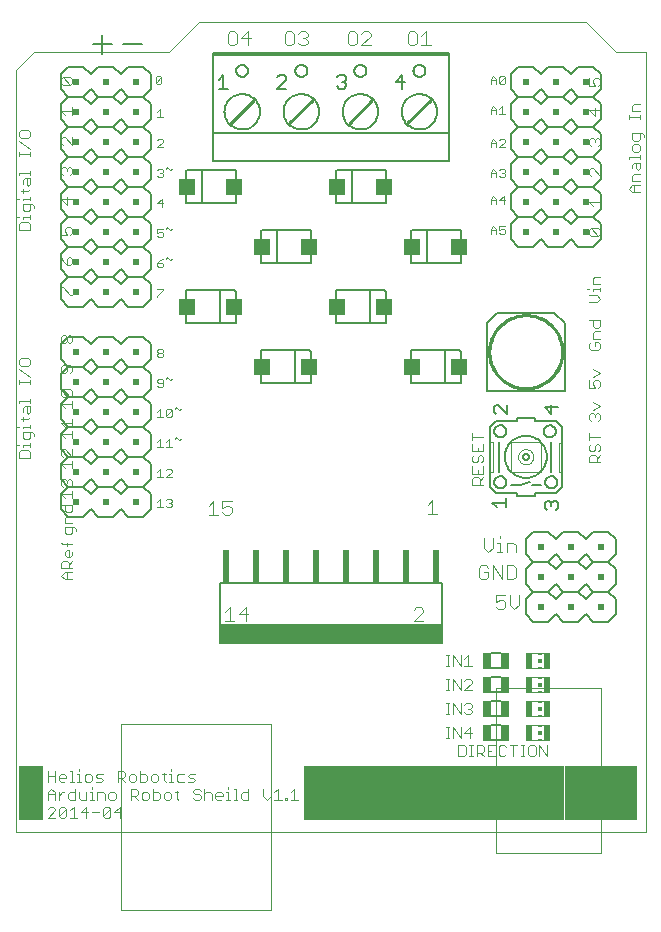
<source format=gto>
G75*
%MOIN*%
%OFA0B0*%
%FSLAX24Y24*%
%IPPOS*%
%LPD*%
%AMOC8*
5,1,8,0,0,1.08239X$1,22.5*
%
%ADD10C,0.0030*%
%ADD11C,0.0040*%
%ADD12R,0.0800X0.1800*%
%ADD13R,0.8700X0.1800*%
%ADD14R,0.2400X0.1800*%
%ADD15C,0.0080*%
%ADD16C,0.0000*%
%ADD17C,0.0060*%
%ADD18R,0.0200X0.1100*%
%ADD19R,0.7461X0.0659*%
%ADD20C,0.0100*%
%ADD21C,0.0050*%
%ADD22R,0.0200X0.0200*%
%ADD23C,0.0008*%
%ADD24R,0.0551X0.0551*%
%ADD25C,0.0020*%
%ADD26R,0.0118X0.0059*%
%ADD27R,0.0118X0.0118*%
%ADD28R,0.0236X0.0531*%
%ADD29R,0.0256X0.0551*%
D10*
X001315Y003165D02*
X001562Y003412D01*
X001562Y003474D01*
X001500Y003535D01*
X001377Y003535D01*
X001315Y003474D01*
X001315Y003765D02*
X001315Y004012D01*
X001438Y004135D01*
X001562Y004012D01*
X001562Y003765D01*
X001683Y003765D02*
X001683Y004012D01*
X001683Y003888D02*
X001807Y004012D01*
X001868Y004012D01*
X001990Y003950D02*
X001990Y003827D01*
X002052Y003765D01*
X002237Y003765D01*
X002237Y004135D01*
X002237Y004012D02*
X002052Y004012D01*
X001990Y003950D01*
X002359Y004012D02*
X002359Y003827D01*
X002420Y003765D01*
X002605Y003765D01*
X002605Y004012D01*
X002727Y004012D02*
X002789Y004012D01*
X002789Y003765D01*
X002850Y003765D02*
X002727Y003765D01*
X002972Y003765D02*
X002972Y004012D01*
X003158Y004012D01*
X003219Y003950D01*
X003219Y003765D01*
X003341Y003827D02*
X003341Y003950D01*
X003402Y004012D01*
X003526Y004012D01*
X003588Y003950D01*
X003588Y003827D01*
X003526Y003765D01*
X003402Y003765D01*
X003341Y003827D01*
X003342Y003535D02*
X003218Y003535D01*
X003157Y003474D01*
X003157Y003227D01*
X003403Y003474D01*
X003403Y003227D01*
X003342Y003165D01*
X003218Y003165D01*
X003157Y003227D01*
X003035Y003350D02*
X002788Y003350D01*
X002667Y003350D02*
X002420Y003350D01*
X002605Y003535D01*
X002605Y003165D01*
X002299Y003165D02*
X002052Y003165D01*
X002175Y003165D02*
X002175Y003535D01*
X002052Y003412D01*
X001930Y003474D02*
X001930Y003227D01*
X001868Y003165D01*
X001745Y003165D01*
X001683Y003227D01*
X001930Y003474D01*
X001868Y003535D01*
X001745Y003535D01*
X001683Y003474D01*
X001683Y003227D01*
X001562Y003165D02*
X001315Y003165D01*
X001315Y003950D02*
X001562Y003950D01*
X001562Y004365D02*
X001562Y004735D01*
X001562Y004550D02*
X001315Y004550D01*
X001315Y004365D02*
X001315Y004735D01*
X001683Y004550D02*
X001683Y004427D01*
X001745Y004365D01*
X001868Y004365D01*
X001930Y004488D02*
X001683Y004488D01*
X001683Y004550D02*
X001745Y004612D01*
X001868Y004612D01*
X001930Y004550D01*
X001930Y004488D01*
X002052Y004365D02*
X002175Y004365D01*
X002113Y004365D02*
X002113Y004735D01*
X002052Y004735D01*
X002297Y004612D02*
X002359Y004612D01*
X002359Y004365D01*
X002297Y004365D02*
X002421Y004365D01*
X002543Y004427D02*
X002604Y004365D01*
X002728Y004365D01*
X002790Y004427D01*
X002790Y004550D01*
X002728Y004612D01*
X002604Y004612D01*
X002543Y004550D01*
X002543Y004427D01*
X002789Y004197D02*
X002789Y004135D01*
X002911Y004365D02*
X003096Y004365D01*
X003158Y004427D01*
X003096Y004488D01*
X002973Y004488D01*
X002911Y004550D01*
X002973Y004612D01*
X003158Y004612D01*
X003648Y004735D02*
X003648Y004365D01*
X003648Y004488D02*
X003833Y004488D01*
X003895Y004550D01*
X003895Y004674D01*
X003833Y004735D01*
X003648Y004735D01*
X003771Y004488D02*
X003895Y004365D01*
X004016Y004427D02*
X004016Y004550D01*
X004078Y004612D01*
X004201Y004612D01*
X004263Y004550D01*
X004263Y004427D01*
X004201Y004365D01*
X004078Y004365D01*
X004016Y004427D01*
X004077Y004135D02*
X004263Y004135D01*
X004324Y004074D01*
X004324Y003950D01*
X004263Y003888D01*
X004077Y003888D01*
X004077Y003765D02*
X004077Y004135D01*
X004201Y003888D02*
X004324Y003765D01*
X004446Y003827D02*
X004446Y003950D01*
X004507Y004012D01*
X004631Y004012D01*
X004693Y003950D01*
X004693Y003827D01*
X004631Y003765D01*
X004507Y003765D01*
X004446Y003827D01*
X004814Y003765D02*
X004999Y003765D01*
X005061Y003827D01*
X005061Y003950D01*
X004999Y004012D01*
X004814Y004012D01*
X004814Y004135D02*
X004814Y003765D01*
X005182Y003827D02*
X005182Y003950D01*
X005244Y004012D01*
X005367Y004012D01*
X005429Y003950D01*
X005429Y003827D01*
X005367Y003765D01*
X005244Y003765D01*
X005182Y003827D01*
X005551Y004012D02*
X005674Y004012D01*
X005612Y004074D02*
X005612Y003827D01*
X005674Y003765D01*
X006164Y003827D02*
X006226Y003765D01*
X006350Y003765D01*
X006411Y003827D01*
X006411Y003888D01*
X006350Y003950D01*
X006226Y003950D01*
X006164Y004012D01*
X006164Y004074D01*
X006226Y004135D01*
X006350Y004135D01*
X006411Y004074D01*
X006533Y004135D02*
X006533Y003765D01*
X006533Y003950D02*
X006595Y004012D01*
X006718Y004012D01*
X006780Y003950D01*
X006780Y003765D01*
X006901Y003827D02*
X006901Y003950D01*
X006963Y004012D01*
X007086Y004012D01*
X007148Y003950D01*
X007148Y003888D01*
X006901Y003888D01*
X006901Y003827D02*
X006963Y003765D01*
X007086Y003765D01*
X007269Y003765D02*
X007393Y003765D01*
X007331Y003765D02*
X007331Y004012D01*
X007269Y004012D01*
X007331Y004135D02*
X007331Y004197D01*
X007515Y004135D02*
X007577Y004135D01*
X007577Y003765D01*
X007638Y003765D02*
X007515Y003765D01*
X007761Y003827D02*
X007761Y003950D01*
X007822Y004012D01*
X008007Y004012D01*
X008007Y004135D02*
X008007Y003765D01*
X007822Y003765D01*
X007761Y003827D01*
X008497Y003888D02*
X008621Y003765D01*
X008744Y003888D01*
X008744Y004135D01*
X008865Y004012D02*
X008989Y004135D01*
X008989Y003765D01*
X009112Y003765D02*
X008865Y003765D01*
X008497Y003888D02*
X008497Y004135D01*
X009234Y003827D02*
X009295Y003827D01*
X009295Y003765D01*
X009234Y003765D01*
X009234Y003827D01*
X009418Y003765D02*
X009665Y003765D01*
X009541Y003765D02*
X009541Y004135D01*
X009418Y004012D01*
X006227Y004427D02*
X006165Y004488D01*
X006042Y004488D01*
X005980Y004550D01*
X006042Y004612D01*
X006227Y004612D01*
X006227Y004427D02*
X006165Y004365D01*
X005980Y004365D01*
X005859Y004365D02*
X005674Y004365D01*
X005612Y004427D01*
X005612Y004550D01*
X005674Y004612D01*
X005859Y004612D01*
X005490Y004365D02*
X005366Y004365D01*
X005428Y004365D02*
X005428Y004612D01*
X005366Y004612D01*
X005244Y004612D02*
X005121Y004612D01*
X005183Y004674D02*
X005183Y004427D01*
X005244Y004365D01*
X005428Y004735D02*
X005428Y004797D01*
X004999Y004550D02*
X004999Y004427D01*
X004938Y004365D01*
X004814Y004365D01*
X004753Y004427D01*
X004753Y004550D01*
X004814Y004612D01*
X004938Y004612D01*
X004999Y004550D01*
X004631Y004550D02*
X004631Y004427D01*
X004569Y004365D01*
X004384Y004365D01*
X004384Y004735D01*
X004384Y004612D02*
X004569Y004612D01*
X004631Y004550D01*
X003710Y003535D02*
X003525Y003350D01*
X003772Y003350D01*
X003710Y003165D02*
X003710Y003535D01*
X003403Y003474D02*
X003342Y003535D01*
X002359Y004735D02*
X002359Y004797D01*
X002135Y011115D02*
X001888Y011115D01*
X001765Y011238D01*
X001888Y011361D01*
X002135Y011361D01*
X002135Y011483D02*
X001765Y011483D01*
X001765Y011668D01*
X001826Y011730D01*
X001950Y011730D01*
X002012Y011668D01*
X002012Y011483D01*
X002012Y011606D02*
X002135Y011730D01*
X002073Y011851D02*
X001950Y011851D01*
X001888Y011913D01*
X001888Y012036D01*
X001950Y012098D01*
X002012Y012098D01*
X002012Y011851D01*
X002073Y011851D02*
X002135Y011913D01*
X002135Y012036D01*
X002135Y012281D02*
X001826Y012281D01*
X001765Y012343D01*
X001950Y012343D02*
X001950Y012219D01*
X001950Y012610D02*
X002073Y012610D01*
X002135Y012672D01*
X002135Y012857D01*
X002197Y012857D02*
X002258Y012795D01*
X002258Y012733D01*
X002197Y012857D02*
X001888Y012857D01*
X001888Y012672D01*
X001950Y012610D01*
X001888Y012978D02*
X001888Y013164D01*
X001950Y013225D01*
X002135Y013225D01*
X002073Y013347D02*
X001950Y013347D01*
X001888Y013408D01*
X001888Y013594D01*
X001765Y013594D02*
X002135Y013594D01*
X002135Y013408D01*
X002073Y013347D01*
X002135Y012978D02*
X001888Y012978D01*
X001888Y013828D02*
X001765Y013952D01*
X002135Y013952D01*
X002135Y014075D02*
X002135Y013828D01*
X002073Y014197D02*
X002135Y014258D01*
X002135Y014382D01*
X002073Y014444D01*
X002012Y014444D01*
X001950Y014382D01*
X001950Y014320D01*
X001950Y014382D02*
X001888Y014444D01*
X001826Y014444D01*
X001765Y014382D01*
X001765Y014258D01*
X001826Y014197D01*
X001888Y014828D02*
X001765Y014952D01*
X002135Y014952D01*
X002135Y015075D02*
X002135Y014828D01*
X002135Y015197D02*
X001888Y015444D01*
X001826Y015444D01*
X001765Y015382D01*
X001765Y015258D01*
X001826Y015197D01*
X002135Y015197D02*
X002135Y015444D01*
X002135Y015828D02*
X002135Y016075D01*
X002135Y016197D02*
X002135Y016444D01*
X002135Y016320D02*
X001765Y016320D01*
X001888Y016197D01*
X001765Y015952D02*
X002135Y015952D01*
X001888Y015828D02*
X001765Y015952D01*
X001888Y016828D02*
X001765Y016952D01*
X002135Y016952D01*
X002135Y017075D02*
X002135Y016828D01*
X002073Y017197D02*
X001826Y017197D01*
X001765Y017258D01*
X001765Y017382D01*
X001826Y017444D01*
X002073Y017197D01*
X002135Y017258D01*
X002135Y017382D01*
X002073Y017444D01*
X001826Y017444D01*
X001826Y017997D02*
X001888Y017997D01*
X001950Y018058D01*
X001950Y018244D01*
X002073Y018244D02*
X001826Y018244D01*
X001765Y018182D01*
X001765Y018058D01*
X001826Y017997D01*
X002073Y017997D02*
X002135Y018058D01*
X002135Y018182D01*
X002073Y018244D01*
X002073Y018997D02*
X002012Y018997D01*
X001950Y019058D01*
X001950Y019182D01*
X002012Y019244D01*
X002073Y019244D01*
X002135Y019182D01*
X002135Y019058D01*
X002073Y018997D01*
X001950Y019058D02*
X001888Y018997D01*
X001826Y018997D01*
X001765Y019058D01*
X001765Y019182D01*
X001826Y019244D01*
X001888Y019244D01*
X001950Y019182D01*
X002073Y020597D02*
X002135Y020597D01*
X002073Y020597D02*
X001826Y020844D01*
X001765Y020844D01*
X001765Y020597D01*
X001950Y021597D02*
X001950Y021782D01*
X002012Y021844D01*
X002073Y021844D01*
X002135Y021782D01*
X002135Y021658D01*
X002073Y021597D01*
X001950Y021597D01*
X001826Y021720D01*
X001765Y021844D01*
X001765Y022597D02*
X001950Y022597D01*
X001888Y022720D01*
X001888Y022782D01*
X001950Y022844D01*
X002073Y022844D01*
X002135Y022782D01*
X002135Y022658D01*
X002073Y022597D01*
X001765Y022597D02*
X001765Y022844D01*
X001950Y023597D02*
X001950Y023844D01*
X002135Y023782D02*
X001765Y023782D01*
X001950Y023597D01*
X002073Y024597D02*
X002135Y024658D01*
X002135Y024782D01*
X002073Y024844D01*
X002012Y024844D01*
X001950Y024782D01*
X001950Y024720D01*
X001950Y024782D02*
X001888Y024844D01*
X001826Y024844D01*
X001765Y024782D01*
X001765Y024658D01*
X001826Y024597D01*
X001826Y025597D02*
X001765Y025658D01*
X001765Y025782D01*
X001826Y025844D01*
X001888Y025844D01*
X002135Y025597D01*
X002135Y025844D01*
X002135Y026597D02*
X002135Y026844D01*
X002135Y026720D02*
X001765Y026720D01*
X001888Y026597D01*
X001826Y027597D02*
X001765Y027658D01*
X001765Y027782D01*
X001826Y027844D01*
X002073Y027597D01*
X002135Y027658D01*
X002135Y027782D01*
X002073Y027844D01*
X001826Y027844D01*
X001826Y027597D02*
X002073Y027597D01*
X000673Y026081D02*
X000426Y026081D01*
X000365Y026019D01*
X000365Y025896D01*
X000426Y025834D01*
X000673Y025834D01*
X000735Y025896D01*
X000735Y026019D01*
X000673Y026081D01*
X000365Y025713D02*
X000735Y025466D01*
X000735Y025344D02*
X000735Y025220D01*
X000735Y025282D02*
X000365Y025282D01*
X000365Y025220D02*
X000365Y025344D01*
X000365Y024668D02*
X000735Y024668D01*
X000735Y024607D02*
X000735Y024730D01*
X000735Y024485D02*
X000550Y024485D01*
X000488Y024423D01*
X000488Y024300D01*
X000612Y024300D02*
X000612Y024485D01*
X000735Y024485D02*
X000735Y024300D01*
X000673Y024238D01*
X000612Y024300D01*
X000735Y024116D02*
X000673Y024054D01*
X000426Y024054D01*
X000488Y023993D02*
X000488Y024116D01*
X000488Y023809D02*
X000735Y023809D01*
X000735Y023747D02*
X000735Y023871D01*
X000735Y023626D02*
X000735Y023441D01*
X000673Y023379D01*
X000550Y023379D01*
X000488Y023441D01*
X000488Y023626D01*
X000797Y023626D01*
X000858Y023564D01*
X000858Y023502D01*
X000735Y023257D02*
X000735Y023133D01*
X000735Y023195D02*
X000488Y023195D01*
X000488Y023133D01*
X000426Y023012D02*
X000365Y022950D01*
X000365Y022765D01*
X000735Y022765D01*
X000735Y022950D01*
X000673Y023012D01*
X000426Y023012D01*
X000365Y023195D02*
X000303Y023195D01*
X000488Y023747D02*
X000488Y023809D01*
X000365Y023809D02*
X000303Y023809D01*
X000365Y024607D02*
X000365Y024668D01*
X004965Y024757D02*
X005013Y024805D01*
X005110Y024805D01*
X005158Y024757D01*
X005158Y024708D01*
X005110Y024660D01*
X005158Y024612D01*
X005158Y024563D01*
X005110Y024515D01*
X005013Y024515D01*
X004965Y024563D01*
X005062Y024660D02*
X005110Y024660D01*
X005260Y024805D02*
X005308Y024854D01*
X005405Y024757D01*
X005453Y024805D01*
X005158Y025515D02*
X004965Y025515D01*
X005158Y025708D01*
X005158Y025757D01*
X005110Y025805D01*
X005013Y025805D01*
X004965Y025757D01*
X004965Y026515D02*
X005158Y026515D01*
X005062Y026515D02*
X005062Y026805D01*
X004965Y026708D01*
X004963Y027615D02*
X004915Y027663D01*
X005108Y027857D01*
X005108Y027663D01*
X005060Y027615D01*
X004963Y027615D01*
X004915Y027663D02*
X004915Y027857D01*
X004963Y027905D01*
X005060Y027905D01*
X005108Y027857D01*
X005110Y023805D02*
X004965Y023660D01*
X005158Y023660D01*
X005110Y023515D02*
X005110Y023805D01*
X005308Y022854D02*
X005405Y022757D01*
X005453Y022805D01*
X005308Y022854D02*
X005260Y022805D01*
X005158Y022805D02*
X004965Y022805D01*
X004965Y022660D01*
X005062Y022708D01*
X005110Y022708D01*
X005158Y022660D01*
X005158Y022563D01*
X005110Y022515D01*
X005013Y022515D01*
X004965Y022563D01*
X005308Y021854D02*
X005405Y021757D01*
X005453Y021805D01*
X005308Y021854D02*
X005260Y021805D01*
X005158Y021805D02*
X005062Y021757D01*
X004965Y021660D01*
X005110Y021660D01*
X005158Y021612D01*
X005158Y021563D01*
X005110Y021515D01*
X005013Y021515D01*
X004965Y021563D01*
X004965Y021660D01*
X004965Y020805D02*
X005158Y020805D01*
X005158Y020757D01*
X004965Y020563D01*
X004965Y020515D01*
X005013Y018805D02*
X004965Y018757D01*
X004965Y018708D01*
X005013Y018660D01*
X005110Y018660D01*
X005158Y018612D01*
X005158Y018563D01*
X005110Y018515D01*
X005013Y018515D01*
X004965Y018563D01*
X004965Y018612D01*
X005013Y018660D01*
X005110Y018660D02*
X005158Y018708D01*
X005158Y018757D01*
X005110Y018805D01*
X005013Y018805D01*
X005308Y017854D02*
X005405Y017757D01*
X005453Y017805D01*
X005308Y017854D02*
X005260Y017805D01*
X005158Y017757D02*
X005158Y017563D01*
X005110Y017515D01*
X005013Y017515D01*
X004965Y017563D01*
X005013Y017660D02*
X004965Y017708D01*
X004965Y017757D01*
X005013Y017805D01*
X005110Y017805D01*
X005158Y017757D01*
X005158Y017660D02*
X005013Y017660D01*
X005062Y016805D02*
X005062Y016515D01*
X005158Y016515D02*
X004965Y016515D01*
X004965Y016708D02*
X005062Y016805D01*
X005260Y016757D02*
X005260Y016563D01*
X005453Y016757D01*
X005453Y016563D01*
X005405Y016515D01*
X005308Y016515D01*
X005260Y016563D01*
X005260Y016757D02*
X005308Y016805D01*
X005405Y016805D01*
X005453Y016757D01*
X005554Y016805D02*
X005603Y016854D01*
X005699Y016757D01*
X005748Y016805D01*
X005603Y015854D02*
X005699Y015757D01*
X005748Y015805D01*
X005603Y015854D02*
X005554Y015805D01*
X005356Y015805D02*
X005356Y015515D01*
X005260Y015515D02*
X005453Y015515D01*
X005260Y015708D02*
X005356Y015805D01*
X005062Y015805D02*
X005062Y015515D01*
X005158Y015515D02*
X004965Y015515D01*
X004965Y015708D02*
X005062Y015805D01*
X005062Y014805D02*
X004965Y014708D01*
X005062Y014805D02*
X005062Y014515D01*
X005158Y014515D02*
X004965Y014515D01*
X005260Y014515D02*
X005453Y014708D01*
X005453Y014757D01*
X005405Y014805D01*
X005308Y014805D01*
X005260Y014757D01*
X005260Y014515D02*
X005453Y014515D01*
X005405Y013805D02*
X005453Y013757D01*
X005453Y013708D01*
X005405Y013660D01*
X005453Y013612D01*
X005453Y013563D01*
X005405Y013515D01*
X005308Y013515D01*
X005260Y013563D01*
X005158Y013515D02*
X004965Y013515D01*
X005062Y013515D02*
X005062Y013805D01*
X004965Y013708D01*
X005260Y013757D02*
X005308Y013805D01*
X005405Y013805D01*
X005405Y013660D02*
X005356Y013660D01*
X001950Y011361D02*
X001950Y011115D01*
X000735Y015165D02*
X000365Y015165D01*
X000365Y015350D01*
X000426Y015412D01*
X000673Y015412D01*
X000735Y015350D01*
X000735Y015165D01*
X000735Y015533D02*
X000735Y015657D01*
X000735Y015595D02*
X000488Y015595D01*
X000488Y015533D01*
X000365Y015595D02*
X000303Y015595D01*
X000488Y015841D02*
X000550Y015779D01*
X000673Y015779D01*
X000735Y015841D01*
X000735Y016026D01*
X000797Y016026D02*
X000488Y016026D01*
X000488Y015841D01*
X000488Y016147D02*
X000488Y016209D01*
X000735Y016209D01*
X000735Y016147D02*
X000735Y016271D01*
X000673Y016454D02*
X000735Y016516D01*
X000673Y016454D02*
X000426Y016454D01*
X000488Y016393D02*
X000488Y016516D01*
X000488Y016700D02*
X000488Y016823D01*
X000550Y016885D01*
X000735Y016885D01*
X000735Y016700D01*
X000673Y016638D01*
X000612Y016700D01*
X000612Y016885D01*
X000735Y017007D02*
X000735Y017130D01*
X000735Y017068D02*
X000365Y017068D01*
X000365Y017007D01*
X000365Y017620D02*
X000365Y017744D01*
X000365Y017682D02*
X000735Y017682D01*
X000735Y017620D02*
X000735Y017744D01*
X000735Y017866D02*
X000365Y018113D01*
X000426Y018234D02*
X000673Y018234D01*
X000735Y018296D01*
X000735Y018419D01*
X000673Y018481D01*
X000426Y018481D01*
X000365Y018419D01*
X000365Y018296D01*
X000426Y018234D01*
X000365Y016209D02*
X000303Y016209D01*
X000797Y016026D02*
X000858Y015964D01*
X000858Y015902D01*
X014583Y008585D02*
X014706Y008585D01*
X014645Y008585D02*
X014645Y008215D01*
X014706Y008215D02*
X014583Y008215D01*
X014828Y008215D02*
X014828Y008585D01*
X015075Y008215D01*
X015075Y008585D01*
X015197Y008462D02*
X015320Y008585D01*
X015320Y008215D01*
X015197Y008215D02*
X015444Y008215D01*
X015382Y007785D02*
X015258Y007785D01*
X015197Y007724D01*
X015075Y007785D02*
X015075Y007415D01*
X014828Y007785D01*
X014828Y007415D01*
X014706Y007415D02*
X014583Y007415D01*
X014645Y007415D02*
X014645Y007785D01*
X014706Y007785D02*
X014583Y007785D01*
X015197Y007415D02*
X015444Y007662D01*
X015444Y007724D01*
X015382Y007785D01*
X015444Y007415D02*
X015197Y007415D01*
X015258Y006985D02*
X015197Y006924D01*
X015258Y006985D02*
X015382Y006985D01*
X015444Y006924D01*
X015444Y006862D01*
X015382Y006800D01*
X015444Y006738D01*
X015444Y006677D01*
X015382Y006615D01*
X015258Y006615D01*
X015197Y006677D01*
X015075Y006615D02*
X015075Y006985D01*
X014828Y006985D02*
X014828Y006615D01*
X014706Y006615D02*
X014583Y006615D01*
X014645Y006615D02*
X014645Y006985D01*
X014706Y006985D02*
X014583Y006985D01*
X014828Y006985D02*
X015075Y006615D01*
X015320Y006800D02*
X015382Y006800D01*
X015382Y006185D02*
X015197Y006000D01*
X015444Y006000D01*
X015382Y005815D02*
X015382Y006185D01*
X015075Y006185D02*
X015075Y005815D01*
X014828Y006185D01*
X014828Y005815D01*
X014706Y005815D02*
X014583Y005815D01*
X014645Y005815D02*
X014645Y006185D01*
X014706Y006185D02*
X014583Y006185D01*
X014996Y005585D02*
X015181Y005585D01*
X015243Y005524D01*
X015243Y005277D01*
X015181Y005215D01*
X014996Y005215D01*
X014996Y005585D01*
X015364Y005585D02*
X015487Y005585D01*
X015426Y005585D02*
X015426Y005215D01*
X015487Y005215D02*
X015364Y005215D01*
X015610Y005215D02*
X015610Y005585D01*
X015795Y005585D01*
X015856Y005524D01*
X015856Y005400D01*
X015795Y005338D01*
X015610Y005338D01*
X015733Y005338D02*
X015856Y005215D01*
X015978Y005215D02*
X015978Y005585D01*
X016225Y005585D01*
X016346Y005524D02*
X016346Y005277D01*
X016408Y005215D01*
X016531Y005215D01*
X016593Y005277D01*
X016593Y005524D02*
X016531Y005585D01*
X016408Y005585D01*
X016346Y005524D01*
X016101Y005400D02*
X015978Y005400D01*
X015978Y005215D02*
X016225Y005215D01*
X016715Y005585D02*
X016961Y005585D01*
X017083Y005585D02*
X017206Y005585D01*
X017145Y005585D02*
X017145Y005215D01*
X017206Y005215D02*
X017083Y005215D01*
X016838Y005215D02*
X016838Y005585D01*
X017328Y005524D02*
X017328Y005277D01*
X017390Y005215D01*
X017514Y005215D01*
X017575Y005277D01*
X017575Y005524D01*
X017514Y005585D01*
X017390Y005585D01*
X017328Y005524D01*
X017697Y005585D02*
X017697Y005215D01*
X017944Y005215D02*
X017697Y005585D01*
X017944Y005585D02*
X017944Y005215D01*
X015835Y014273D02*
X015465Y014273D01*
X015465Y014459D01*
X015526Y014520D01*
X015650Y014520D01*
X015712Y014459D01*
X015712Y014273D01*
X015712Y014397D02*
X015835Y014520D01*
X015835Y014642D02*
X015835Y014889D01*
X015773Y015010D02*
X015835Y015072D01*
X015835Y015195D01*
X015773Y015257D01*
X015712Y015257D01*
X015650Y015195D01*
X015650Y015072D01*
X015588Y015010D01*
X015526Y015010D01*
X015465Y015072D01*
X015465Y015195D01*
X015526Y015257D01*
X015465Y015378D02*
X015835Y015378D01*
X015835Y015625D01*
X015650Y015502D02*
X015650Y015378D01*
X015465Y015378D02*
X015465Y015625D01*
X015465Y015747D02*
X015465Y015994D01*
X015465Y015870D02*
X015835Y015870D01*
X015465Y014889D02*
X015465Y014642D01*
X015835Y014642D01*
X015650Y014642D02*
X015650Y014765D01*
X019365Y015011D02*
X019365Y015196D01*
X019426Y015258D01*
X019550Y015258D01*
X019612Y015196D01*
X019612Y015011D01*
X019735Y015011D02*
X019365Y015011D01*
X019612Y015134D02*
X019735Y015258D01*
X019673Y015379D02*
X019735Y015441D01*
X019735Y015564D01*
X019673Y015626D01*
X019612Y015626D01*
X019550Y015564D01*
X019550Y015441D01*
X019488Y015379D01*
X019426Y015379D01*
X019365Y015441D01*
X019365Y015564D01*
X019426Y015626D01*
X019365Y015748D02*
X019365Y015995D01*
X019365Y015871D02*
X019735Y015871D01*
X019673Y016397D02*
X019735Y016459D01*
X019735Y016582D01*
X019673Y016644D01*
X019612Y016644D01*
X019550Y016582D01*
X019550Y016520D01*
X019550Y016582D02*
X019488Y016644D01*
X019426Y016644D01*
X019365Y016582D01*
X019365Y016459D01*
X019426Y016397D01*
X019488Y016765D02*
X019735Y016889D01*
X019488Y017012D01*
X019550Y017497D02*
X019488Y017620D01*
X019488Y017682D01*
X019550Y017744D01*
X019673Y017744D01*
X019735Y017682D01*
X019735Y017559D01*
X019673Y017497D01*
X019550Y017497D02*
X019365Y017497D01*
X019365Y017744D01*
X019488Y017865D02*
X019735Y017989D01*
X019488Y018112D01*
X019426Y018769D02*
X019673Y018769D01*
X019735Y018831D01*
X019735Y018954D01*
X019673Y019016D01*
X019550Y019016D01*
X019550Y018892D01*
X019426Y018769D02*
X019365Y018831D01*
X019365Y018954D01*
X019426Y019016D01*
X019488Y019137D02*
X019488Y019322D01*
X019550Y019384D01*
X019735Y019384D01*
X019673Y019506D02*
X019550Y019506D01*
X019488Y019567D01*
X019488Y019752D01*
X019365Y019752D02*
X019735Y019752D01*
X019735Y019567D01*
X019673Y019506D01*
X019735Y019137D02*
X019488Y019137D01*
X019365Y020347D02*
X019612Y020347D01*
X019735Y020470D01*
X019612Y020594D01*
X019365Y020594D01*
X019488Y020715D02*
X019488Y020777D01*
X019735Y020777D01*
X019735Y020715D02*
X019735Y020839D01*
X019735Y020961D02*
X019488Y020961D01*
X019488Y021146D01*
X019550Y021208D01*
X019735Y021208D01*
X019365Y020777D02*
X019303Y020777D01*
X019426Y022565D02*
X019365Y022627D01*
X019365Y022750D01*
X019426Y022812D01*
X019673Y022565D01*
X019735Y022627D01*
X019735Y022750D01*
X019673Y022812D01*
X019426Y022812D01*
X019426Y022565D02*
X019673Y022565D01*
X019735Y023565D02*
X019735Y023812D01*
X019735Y023688D02*
X019365Y023688D01*
X019488Y023565D01*
X019426Y024565D02*
X019365Y024627D01*
X019365Y024750D01*
X019426Y024812D01*
X019488Y024812D01*
X019735Y024565D01*
X019735Y024812D01*
X019673Y025565D02*
X019735Y025627D01*
X019735Y025750D01*
X019673Y025812D01*
X019612Y025812D01*
X019550Y025750D01*
X019550Y025688D01*
X019550Y025750D02*
X019488Y025812D01*
X019426Y025812D01*
X019365Y025750D01*
X019365Y025627D01*
X019426Y025565D01*
X019550Y026565D02*
X019550Y026812D01*
X019735Y026750D02*
X019365Y026750D01*
X019550Y026565D01*
X019550Y027565D02*
X019488Y027688D01*
X019488Y027750D01*
X019550Y027812D01*
X019673Y027812D01*
X019735Y027750D01*
X019735Y027627D01*
X019673Y027565D01*
X019550Y027565D02*
X019365Y027565D01*
X019365Y027812D01*
X020806Y026905D02*
X020806Y026720D01*
X021053Y026720D01*
X021053Y026598D02*
X021053Y026474D01*
X021053Y026536D02*
X020683Y026536D01*
X020683Y026474D02*
X020683Y026598D01*
X020806Y026905D02*
X020868Y026967D01*
X021053Y026967D01*
X021053Y025985D02*
X021053Y025799D01*
X020991Y025738D01*
X020868Y025738D01*
X020806Y025799D01*
X020806Y025985D01*
X021115Y025985D01*
X021176Y025923D01*
X021176Y025861D01*
X020991Y025616D02*
X020868Y025616D01*
X020806Y025555D01*
X020806Y025431D01*
X020868Y025369D01*
X020991Y025369D01*
X021053Y025431D01*
X021053Y025555D01*
X020991Y025616D01*
X021053Y025247D02*
X021053Y025124D01*
X021053Y025186D02*
X020683Y025186D01*
X020683Y025124D01*
X020806Y024941D02*
X020868Y025002D01*
X021053Y025002D01*
X021053Y024817D01*
X020991Y024756D01*
X020930Y024817D01*
X020930Y025002D01*
X020806Y024941D02*
X020806Y024817D01*
X020868Y024634D02*
X021053Y024634D01*
X020868Y024634D02*
X020806Y024572D01*
X020806Y024387D01*
X021053Y024387D01*
X021053Y024266D02*
X020806Y024266D01*
X020683Y024142D01*
X020806Y024019D01*
X021053Y024019D01*
X020868Y024019D02*
X020868Y024266D01*
X016564Y024563D02*
X016515Y024515D01*
X016419Y024515D01*
X016370Y024563D01*
X016269Y024515D02*
X016269Y024708D01*
X016172Y024805D01*
X016076Y024708D01*
X016076Y024515D01*
X016076Y024660D02*
X016269Y024660D01*
X016370Y024757D02*
X016419Y024805D01*
X016515Y024805D01*
X016564Y024757D01*
X016564Y024708D01*
X016515Y024660D01*
X016564Y024612D01*
X016564Y024563D01*
X016515Y024660D02*
X016467Y024660D01*
X016515Y023905D02*
X016370Y023760D01*
X016564Y023760D01*
X016515Y023615D02*
X016515Y023905D01*
X016269Y023808D02*
X016269Y023615D01*
X016269Y023760D02*
X016076Y023760D01*
X016076Y023808D02*
X016172Y023905D01*
X016269Y023808D01*
X016076Y023808D02*
X016076Y023615D01*
X016172Y022905D02*
X016076Y022808D01*
X016076Y022615D01*
X016076Y022760D02*
X016269Y022760D01*
X016269Y022808D02*
X016269Y022615D01*
X016370Y022663D02*
X016419Y022615D01*
X016515Y022615D01*
X016564Y022663D01*
X016564Y022760D01*
X016515Y022808D01*
X016467Y022808D01*
X016370Y022760D01*
X016370Y022905D01*
X016564Y022905D01*
X016269Y022808D02*
X016172Y022905D01*
X016076Y025515D02*
X016076Y025708D01*
X016172Y025805D01*
X016269Y025708D01*
X016269Y025515D01*
X016370Y025515D02*
X016564Y025708D01*
X016564Y025757D01*
X016515Y025805D01*
X016419Y025805D01*
X016370Y025757D01*
X016269Y025660D02*
X016076Y025660D01*
X016370Y025515D02*
X016564Y025515D01*
X016564Y026615D02*
X016370Y026615D01*
X016467Y026615D02*
X016467Y026905D01*
X016370Y026808D01*
X016269Y026808D02*
X016172Y026905D01*
X016076Y026808D01*
X016076Y026615D01*
X016076Y026760D02*
X016269Y026760D01*
X016269Y026808D02*
X016269Y026615D01*
X016269Y027615D02*
X016269Y027808D01*
X016172Y027905D01*
X016076Y027808D01*
X016076Y027615D01*
X016076Y027760D02*
X016269Y027760D01*
X016370Y027663D02*
X016370Y027857D01*
X016419Y027905D01*
X016515Y027905D01*
X016564Y027857D01*
X016370Y027663D01*
X016419Y027615D01*
X016515Y027615D01*
X016564Y027663D01*
X016564Y027857D01*
D11*
X014077Y028920D02*
X013770Y028920D01*
X013923Y028920D02*
X013923Y029380D01*
X013770Y029227D01*
X013617Y029304D02*
X013540Y029380D01*
X013386Y029380D01*
X013310Y029304D01*
X013310Y028997D01*
X013386Y028920D01*
X013540Y028920D01*
X013617Y028997D01*
X013617Y029304D01*
X012077Y029304D02*
X012077Y029227D01*
X011770Y028920D01*
X012077Y028920D01*
X012077Y029304D02*
X012000Y029380D01*
X011847Y029380D01*
X011770Y029304D01*
X011617Y029304D02*
X011617Y028997D01*
X011540Y028920D01*
X011386Y028920D01*
X011310Y028997D01*
X011310Y029304D01*
X011386Y029380D01*
X011540Y029380D01*
X011617Y029304D01*
X009977Y029304D02*
X009977Y029227D01*
X009900Y029150D01*
X009977Y029073D01*
X009977Y028997D01*
X009900Y028920D01*
X009747Y028920D01*
X009670Y028997D01*
X009517Y028997D02*
X009440Y028920D01*
X009286Y028920D01*
X009210Y028997D01*
X009210Y029304D01*
X009286Y029380D01*
X009440Y029380D01*
X009517Y029304D01*
X009517Y028997D01*
X009670Y029304D02*
X009747Y029380D01*
X009900Y029380D01*
X009977Y029304D01*
X009900Y029150D02*
X009823Y029150D01*
X008077Y029150D02*
X007770Y029150D01*
X008000Y029380D01*
X008000Y028920D01*
X007617Y028997D02*
X007617Y029304D01*
X007540Y029380D01*
X007386Y029380D01*
X007310Y029304D01*
X007310Y028997D01*
X007386Y028920D01*
X007540Y028920D01*
X007617Y028997D01*
X014135Y013751D02*
X014135Y013290D01*
X013982Y013290D02*
X014289Y013290D01*
X013982Y013597D02*
X014135Y013751D01*
X015842Y012480D02*
X015842Y012173D01*
X015996Y012020D01*
X016149Y012173D01*
X016149Y012480D01*
X016303Y012327D02*
X016379Y012327D01*
X016379Y012020D01*
X016303Y012020D02*
X016456Y012020D01*
X016610Y012020D02*
X016610Y012327D01*
X016840Y012327D01*
X016917Y012250D01*
X016917Y012020D01*
X016840Y011580D02*
X016610Y011580D01*
X016610Y011120D01*
X016840Y011120D01*
X016917Y011197D01*
X016917Y011504D01*
X016840Y011580D01*
X016456Y011580D02*
X016456Y011120D01*
X016149Y011580D01*
X016149Y011120D01*
X015996Y011197D02*
X015996Y011350D01*
X015842Y011350D01*
X015689Y011197D02*
X015766Y011120D01*
X015919Y011120D01*
X015996Y011197D01*
X015996Y011504D02*
X015919Y011580D01*
X015766Y011580D01*
X015689Y011504D01*
X015689Y011197D01*
X016249Y010580D02*
X016249Y010350D01*
X016403Y010427D01*
X016479Y010427D01*
X016556Y010350D01*
X016556Y010197D01*
X016479Y010120D01*
X016326Y010120D01*
X016249Y010197D01*
X016249Y010580D02*
X016556Y010580D01*
X016710Y010580D02*
X016710Y010273D01*
X016863Y010120D01*
X017017Y010273D01*
X017017Y010580D01*
X016379Y012480D02*
X016379Y012557D01*
X013836Y010104D02*
X013759Y010180D01*
X013605Y010180D01*
X013529Y010104D01*
X013836Y010104D02*
X013836Y010027D01*
X013529Y009720D01*
X013836Y009720D01*
X017473Y008646D02*
X017827Y008646D01*
X017827Y008154D02*
X017463Y008154D01*
X017473Y007846D02*
X017827Y007846D01*
X017827Y007354D02*
X017463Y007354D01*
X017473Y007046D02*
X017827Y007046D01*
X017827Y006554D02*
X017463Y006554D01*
X017473Y006246D02*
X017827Y006246D01*
X017827Y005754D02*
X017463Y005754D01*
X007914Y009720D02*
X007914Y010180D01*
X007684Y009950D01*
X007991Y009950D01*
X007531Y009720D02*
X007224Y009720D01*
X007377Y009720D02*
X007377Y010180D01*
X007224Y010027D01*
X007214Y013267D02*
X007137Y013344D01*
X007214Y013267D02*
X007368Y013267D01*
X007444Y013344D01*
X007444Y013497D01*
X007368Y013574D01*
X007291Y013574D01*
X007137Y013497D01*
X007137Y013727D01*
X007444Y013727D01*
X006984Y013267D02*
X006677Y013267D01*
X006830Y013267D02*
X006830Y013727D01*
X006677Y013574D01*
D12*
X000750Y004000D03*
D13*
X014200Y004000D03*
D14*
X019750Y004000D03*
D15*
X019500Y009700D02*
X019250Y009950D01*
X019000Y009700D01*
X018500Y009700D01*
X018250Y009950D01*
X018000Y009700D01*
X017500Y009700D01*
X017250Y009950D01*
X017250Y010450D01*
X017500Y010700D01*
X018000Y010700D01*
X018250Y010950D01*
X018500Y010700D01*
X019000Y010700D01*
X019250Y010950D01*
X019500Y010700D01*
X020000Y010700D01*
X020250Y010950D01*
X020250Y011450D01*
X020000Y011700D01*
X019500Y011700D01*
X019250Y011950D01*
X019000Y011700D01*
X018500Y011700D01*
X018250Y011950D01*
X018000Y011700D01*
X017500Y011700D01*
X017250Y011950D01*
X017250Y012450D01*
X017500Y012700D01*
X018000Y012700D01*
X018250Y012450D01*
X018500Y012700D01*
X019000Y012700D01*
X019250Y012450D01*
X019500Y012700D01*
X020000Y012700D01*
X020250Y012450D01*
X020250Y011950D01*
X020000Y011700D01*
X019500Y011700D01*
X019250Y011450D01*
X019000Y011700D01*
X018500Y011700D01*
X018250Y011450D01*
X018000Y011700D01*
X017500Y011700D01*
X017250Y011450D01*
X017250Y010950D01*
X017500Y010700D01*
X018000Y010700D01*
X018250Y010450D01*
X018500Y010700D01*
X019000Y010700D01*
X019250Y010450D01*
X019500Y010700D01*
X020000Y010700D01*
X020250Y010450D01*
X020250Y009950D01*
X020000Y009700D01*
X019500Y009700D01*
X018549Y017401D02*
X017683Y017401D01*
X016817Y017401D01*
X015951Y017401D01*
X015951Y019645D01*
X016305Y019999D01*
X016817Y019999D01*
X017683Y019999D01*
X018195Y019999D01*
X018549Y019645D01*
X018549Y017401D01*
X018500Y022200D02*
X018000Y022200D01*
X017750Y022450D01*
X017500Y022200D01*
X017000Y022200D01*
X016750Y022450D01*
X016750Y022950D01*
X017000Y023200D01*
X017500Y023200D01*
X017750Y022950D01*
X018000Y023200D01*
X018500Y023200D01*
X018750Y022950D01*
X019000Y023200D01*
X019500Y023200D01*
X019750Y022950D01*
X019750Y022450D01*
X019500Y022200D01*
X019000Y022200D01*
X018750Y022450D01*
X018500Y022200D01*
X018500Y023200D02*
X018000Y023200D01*
X017750Y023450D01*
X017500Y023200D01*
X017000Y023200D01*
X016750Y023450D01*
X016750Y023950D01*
X017000Y024200D01*
X017500Y024200D01*
X017750Y023950D01*
X018000Y024200D01*
X018500Y024200D01*
X018750Y023950D01*
X019000Y024200D01*
X019500Y024200D01*
X019750Y023950D01*
X019750Y023450D01*
X019500Y023200D01*
X019000Y023200D01*
X018750Y023450D01*
X018500Y023200D01*
X018500Y024200D02*
X018000Y024200D01*
X017750Y024450D01*
X017500Y024200D01*
X017000Y024200D01*
X016750Y024450D01*
X016750Y024950D01*
X017000Y025200D01*
X017500Y025200D01*
X017750Y024950D01*
X018000Y025200D01*
X018500Y025200D01*
X018750Y024950D01*
X019000Y025200D01*
X019500Y025200D01*
X019750Y024950D01*
X019750Y024450D01*
X019500Y024200D01*
X019000Y024200D01*
X018750Y024450D01*
X018500Y024200D01*
X018500Y025200D02*
X018000Y025200D01*
X017750Y025450D01*
X017500Y025200D01*
X017000Y025200D01*
X016750Y025450D01*
X016750Y025950D01*
X017000Y026200D01*
X017500Y026200D01*
X017750Y025950D01*
X018000Y026200D01*
X018500Y026200D01*
X018750Y025950D01*
X019000Y026200D01*
X019500Y026200D01*
X019750Y025950D01*
X019750Y025450D01*
X019500Y025200D01*
X019000Y025200D01*
X018750Y025450D01*
X018500Y025200D01*
X018500Y026200D02*
X018000Y026200D01*
X017750Y026450D01*
X017500Y026200D01*
X017000Y026200D01*
X016750Y026450D01*
X016750Y026950D01*
X017000Y027200D01*
X017500Y027200D01*
X017750Y026950D01*
X018000Y027200D01*
X018500Y027200D01*
X018750Y026950D01*
X019000Y027200D01*
X019500Y027200D01*
X019750Y026950D01*
X019750Y026450D01*
X019500Y026200D01*
X019000Y026200D01*
X018750Y026450D01*
X018500Y026200D01*
X018500Y027200D02*
X018000Y027200D01*
X017750Y027450D01*
X017500Y027200D01*
X017000Y027200D01*
X016750Y027450D01*
X016750Y027950D01*
X017000Y028200D01*
X017500Y028200D01*
X017750Y027950D01*
X018000Y028200D01*
X018500Y028200D01*
X018750Y027950D01*
X019000Y028200D01*
X019500Y028200D01*
X019750Y027950D01*
X019750Y027450D01*
X019500Y027200D01*
X019000Y027200D01*
X018750Y027450D01*
X018500Y027200D01*
X004750Y026950D02*
X004750Y026450D01*
X004500Y026200D01*
X004750Y025950D01*
X004750Y025450D01*
X004500Y025200D01*
X004750Y024950D01*
X004750Y024450D01*
X004500Y024200D01*
X004750Y023950D01*
X004750Y023450D01*
X004500Y023200D01*
X004750Y022950D01*
X004750Y022450D01*
X004500Y022200D01*
X004750Y021950D01*
X004750Y021450D01*
X004500Y021200D01*
X004750Y020950D01*
X004750Y020450D01*
X004500Y020200D01*
X004000Y020200D01*
X003750Y020450D01*
X003500Y020200D01*
X003000Y020200D01*
X002750Y020450D01*
X002500Y020200D01*
X002000Y020200D01*
X001750Y020450D01*
X001750Y020950D01*
X002000Y021200D01*
X002500Y021200D01*
X002750Y020950D01*
X003000Y021200D01*
X003500Y021200D01*
X003750Y020950D01*
X004000Y021200D01*
X004500Y021200D01*
X004000Y021200D01*
X003750Y021450D01*
X003500Y021200D01*
X003000Y021200D01*
X002750Y021450D01*
X002500Y021200D01*
X002000Y021200D01*
X001750Y021450D01*
X001750Y021950D01*
X002000Y022200D01*
X002500Y022200D01*
X002750Y021950D01*
X003000Y022200D01*
X003500Y022200D01*
X003750Y021950D01*
X004000Y022200D01*
X004500Y022200D01*
X004000Y022200D01*
X003750Y022450D01*
X003500Y022200D01*
X003000Y022200D01*
X002750Y022450D01*
X002500Y022200D01*
X002000Y022200D01*
X001750Y022450D01*
X001750Y022950D01*
X002000Y023200D01*
X002500Y023200D01*
X002750Y022950D01*
X003000Y023200D01*
X003500Y023200D01*
X003750Y022950D01*
X004000Y023200D01*
X004500Y023200D01*
X004000Y023200D01*
X003750Y023450D01*
X003500Y023200D01*
X003000Y023200D01*
X002750Y023450D01*
X002500Y023200D01*
X002000Y023200D01*
X001750Y023450D01*
X001750Y023950D01*
X002000Y024200D01*
X002500Y024200D01*
X002750Y023950D01*
X003000Y024200D01*
X003500Y024200D01*
X003750Y023950D01*
X004000Y024200D01*
X004500Y024200D01*
X004000Y024200D01*
X003750Y024450D01*
X003500Y024200D01*
X003000Y024200D01*
X002750Y024450D01*
X002500Y024200D01*
X002000Y024200D01*
X001750Y024450D01*
X001750Y024950D01*
X002000Y025200D01*
X002500Y025200D01*
X002750Y024950D01*
X003000Y025200D01*
X003500Y025200D01*
X003750Y024950D01*
X004000Y025200D01*
X004500Y025200D01*
X004000Y025200D01*
X003750Y025450D01*
X003500Y025200D01*
X003000Y025200D01*
X002750Y025450D01*
X002500Y025200D01*
X002000Y025200D01*
X001750Y025450D01*
X001750Y025950D01*
X002000Y026200D01*
X002500Y026200D01*
X002750Y025950D01*
X003000Y026200D01*
X003500Y026200D01*
X003750Y025950D01*
X004000Y026200D01*
X004500Y026200D01*
X004000Y026200D01*
X003750Y026450D01*
X003500Y026200D01*
X003000Y026200D01*
X002750Y026450D01*
X002500Y026200D01*
X002000Y026200D01*
X001750Y026450D01*
X001750Y026950D01*
X002000Y027200D01*
X002500Y027200D01*
X002750Y027450D01*
X003000Y027200D01*
X003500Y027200D01*
X003750Y027450D01*
X004000Y027200D01*
X004500Y027200D01*
X004750Y027450D01*
X004750Y027950D01*
X004500Y028200D01*
X004000Y028200D01*
X003750Y027950D01*
X003500Y028200D01*
X003000Y028200D01*
X002750Y027950D01*
X002500Y028200D01*
X002000Y028200D01*
X001750Y027950D01*
X001750Y027450D01*
X002000Y027200D01*
X002500Y027200D01*
X002750Y026950D01*
X003000Y027200D01*
X003500Y027200D01*
X003750Y026950D01*
X004000Y027200D01*
X004500Y027200D01*
X004750Y026950D01*
X004443Y028950D02*
X003830Y028950D01*
X003443Y028950D02*
X002830Y028950D01*
X003137Y029257D02*
X003137Y028643D01*
X003000Y019200D02*
X003500Y019200D01*
X003750Y018950D01*
X004000Y019200D01*
X004500Y019200D01*
X004750Y018950D01*
X004750Y018450D01*
X004500Y018200D01*
X004750Y017950D01*
X004750Y017450D01*
X004500Y017200D01*
X004750Y016950D01*
X004750Y016450D01*
X004500Y016200D01*
X004750Y015950D01*
X004750Y015450D01*
X004500Y015200D01*
X004750Y014950D01*
X004750Y014450D01*
X004500Y014200D01*
X004750Y013950D01*
X004750Y013450D01*
X004500Y013200D01*
X004000Y013200D01*
X003750Y013450D01*
X003500Y013200D01*
X003000Y013200D01*
X002750Y013450D01*
X002500Y013200D01*
X002000Y013200D01*
X001750Y013450D01*
X001750Y013950D01*
X002000Y014200D01*
X002500Y014200D01*
X002750Y013950D01*
X003000Y014200D01*
X003500Y014200D01*
X003750Y013950D01*
X004000Y014200D01*
X004500Y014200D01*
X004000Y014200D01*
X003750Y014450D01*
X003500Y014200D01*
X003000Y014200D01*
X002750Y014450D01*
X002500Y014200D01*
X002000Y014200D01*
X001750Y014450D01*
X001750Y014950D01*
X002000Y015200D01*
X002500Y015200D01*
X002750Y014950D01*
X003000Y015200D01*
X003500Y015200D01*
X003750Y014950D01*
X004000Y015200D01*
X004500Y015200D01*
X004000Y015200D01*
X003750Y015450D01*
X003500Y015200D01*
X003000Y015200D01*
X002750Y015450D01*
X002500Y015200D01*
X002000Y015200D01*
X001750Y015450D01*
X001750Y015950D01*
X002000Y016200D01*
X002500Y016200D01*
X002750Y015950D01*
X003000Y016200D01*
X003500Y016200D01*
X003750Y015950D01*
X004000Y016200D01*
X004500Y016200D01*
X004000Y016200D01*
X003750Y016450D01*
X003500Y016200D01*
X003000Y016200D01*
X002750Y016450D01*
X002500Y016200D01*
X002000Y016200D01*
X001750Y016450D01*
X001750Y016950D01*
X002000Y017200D01*
X002500Y017200D01*
X002750Y016950D01*
X003000Y017200D01*
X003500Y017200D01*
X003750Y016950D01*
X004000Y017200D01*
X004500Y017200D01*
X004000Y017200D01*
X003750Y017450D01*
X003500Y017200D01*
X003000Y017200D01*
X002750Y017450D01*
X002500Y017200D01*
X002000Y017200D01*
X001750Y017450D01*
X001750Y017950D01*
X002000Y018200D01*
X002500Y018200D01*
X002750Y017950D01*
X003000Y018200D01*
X003500Y018200D01*
X003750Y017950D01*
X004000Y018200D01*
X004500Y018200D01*
X004000Y018200D01*
X003750Y018450D01*
X003500Y018200D01*
X003000Y018200D01*
X002750Y018450D01*
X002500Y018200D01*
X002000Y018200D01*
X001750Y018450D01*
X001750Y018950D01*
X002000Y019200D01*
X002500Y019200D01*
X002750Y018950D01*
X003000Y019200D01*
D16*
X000250Y002700D02*
X021250Y002700D01*
X021250Y028700D01*
X020250Y028700D01*
X019250Y029700D01*
X006350Y029700D01*
X005350Y028700D01*
X000850Y028700D01*
X000250Y028100D01*
X000250Y002700D01*
X003750Y000100D02*
X008750Y000100D01*
X008750Y006300D01*
X003750Y006300D01*
X003750Y000100D01*
X016250Y002000D02*
X019750Y002000D01*
X019750Y007500D01*
X016250Y007500D01*
X016250Y002000D01*
D17*
X016411Y005750D02*
X016089Y005750D01*
X016089Y006250D02*
X016411Y006250D01*
X016411Y006550D02*
X016089Y006550D01*
X016089Y007050D02*
X016411Y007050D01*
X016411Y007350D02*
X016089Y007350D01*
X016089Y007850D02*
X016411Y007850D01*
X016411Y008150D02*
X016089Y008150D01*
X016089Y008650D02*
X016411Y008650D01*
X014450Y009600D02*
X014450Y011000D01*
X014350Y011000D01*
X007150Y011000D01*
X007050Y011000D01*
X007050Y009600D01*
X016050Y014200D02*
X016050Y014350D01*
X016050Y014700D01*
X016050Y015700D01*
X016050Y016050D01*
X016050Y016200D01*
X016250Y016400D01*
X016850Y016400D01*
X016950Y016400D01*
X016950Y016500D01*
X017550Y016500D01*
X017550Y016400D01*
X017650Y016400D01*
X018250Y016400D01*
X018450Y016200D01*
X018450Y016050D01*
X018450Y015650D01*
X018450Y014700D01*
X018450Y014350D01*
X018450Y014200D01*
X018250Y014000D01*
X017650Y014000D01*
X017550Y014000D01*
X017550Y013900D01*
X016950Y013900D01*
X016950Y014000D01*
X016850Y014000D01*
X016250Y014000D01*
X016050Y014200D01*
X016200Y014350D02*
X016202Y014378D01*
X016208Y014405D01*
X016217Y014431D01*
X016230Y014456D01*
X016247Y014479D01*
X016266Y014499D01*
X016288Y014516D01*
X016312Y014530D01*
X016338Y014540D01*
X016365Y014547D01*
X016393Y014550D01*
X016421Y014549D01*
X016448Y014544D01*
X016475Y014535D01*
X016500Y014523D01*
X016523Y014508D01*
X016544Y014489D01*
X016562Y014468D01*
X016577Y014444D01*
X016588Y014418D01*
X016596Y014392D01*
X016600Y014364D01*
X016600Y014336D01*
X016596Y014308D01*
X016588Y014282D01*
X016577Y014256D01*
X016562Y014232D01*
X016544Y014211D01*
X016523Y014192D01*
X016500Y014177D01*
X016475Y014165D01*
X016448Y014156D01*
X016421Y014151D01*
X016393Y014150D01*
X016365Y014153D01*
X016338Y014160D01*
X016312Y014170D01*
X016288Y014184D01*
X016266Y014201D01*
X016247Y014221D01*
X016230Y014244D01*
X016217Y014269D01*
X016208Y014295D01*
X016202Y014322D01*
X016200Y014350D01*
X016350Y014700D02*
X016350Y015700D01*
X016200Y016050D02*
X016202Y016078D01*
X016208Y016105D01*
X016217Y016131D01*
X016230Y016156D01*
X016247Y016179D01*
X016266Y016199D01*
X016288Y016216D01*
X016312Y016230D01*
X016338Y016240D01*
X016365Y016247D01*
X016393Y016250D01*
X016421Y016249D01*
X016448Y016244D01*
X016475Y016235D01*
X016500Y016223D01*
X016523Y016208D01*
X016544Y016189D01*
X016562Y016168D01*
X016577Y016144D01*
X016588Y016118D01*
X016596Y016092D01*
X016600Y016064D01*
X016600Y016036D01*
X016596Y016008D01*
X016588Y015982D01*
X016577Y015956D01*
X016562Y015932D01*
X016544Y015911D01*
X016523Y015892D01*
X016500Y015877D01*
X016475Y015865D01*
X016448Y015856D01*
X016421Y015851D01*
X016393Y015850D01*
X016365Y015853D01*
X016338Y015860D01*
X016312Y015870D01*
X016288Y015884D01*
X016266Y015901D01*
X016247Y015921D01*
X016230Y015944D01*
X016217Y015969D01*
X016208Y015995D01*
X016202Y016022D01*
X016200Y016050D01*
X017150Y015200D02*
X017152Y015220D01*
X017158Y015238D01*
X017167Y015256D01*
X017179Y015271D01*
X017194Y015283D01*
X017212Y015292D01*
X017230Y015298D01*
X017250Y015300D01*
X017270Y015298D01*
X017288Y015292D01*
X017306Y015283D01*
X017321Y015271D01*
X017333Y015256D01*
X017342Y015238D01*
X017348Y015220D01*
X017350Y015200D01*
X017348Y015180D01*
X017342Y015162D01*
X017333Y015144D01*
X017321Y015129D01*
X017306Y015117D01*
X017288Y015108D01*
X017270Y015102D01*
X017250Y015100D01*
X017230Y015102D01*
X017212Y015108D01*
X017194Y015117D01*
X017179Y015129D01*
X017167Y015144D01*
X017158Y015162D01*
X017152Y015180D01*
X017150Y015200D01*
X016550Y015200D02*
X016552Y015252D01*
X016558Y015304D01*
X016568Y015356D01*
X016581Y015406D01*
X016598Y015456D01*
X016619Y015504D01*
X016644Y015550D01*
X016672Y015594D01*
X016703Y015636D01*
X016737Y015676D01*
X016774Y015713D01*
X016814Y015747D01*
X016856Y015778D01*
X016900Y015806D01*
X016946Y015831D01*
X016994Y015852D01*
X017044Y015869D01*
X017094Y015882D01*
X017146Y015892D01*
X017198Y015898D01*
X017250Y015900D01*
X017302Y015898D01*
X017354Y015892D01*
X017406Y015882D01*
X017456Y015869D01*
X017506Y015852D01*
X017554Y015831D01*
X017600Y015806D01*
X017644Y015778D01*
X017686Y015747D01*
X017726Y015713D01*
X017763Y015676D01*
X017797Y015636D01*
X017828Y015594D01*
X017856Y015550D01*
X017881Y015504D01*
X017902Y015456D01*
X017919Y015406D01*
X017932Y015356D01*
X017942Y015304D01*
X017948Y015252D01*
X017950Y015200D01*
X017948Y015148D01*
X017942Y015096D01*
X017932Y015044D01*
X017919Y014994D01*
X017902Y014944D01*
X017881Y014896D01*
X017856Y014850D01*
X017828Y014806D01*
X017797Y014764D01*
X017763Y014724D01*
X017726Y014687D01*
X017686Y014653D01*
X017644Y014622D01*
X017600Y014594D01*
X017554Y014569D01*
X017506Y014548D01*
X017456Y014531D01*
X017406Y014518D01*
X017354Y014508D01*
X017302Y014502D01*
X017250Y014500D01*
X017198Y014502D01*
X017146Y014508D01*
X017094Y014518D01*
X017044Y014531D01*
X016994Y014548D01*
X016946Y014569D01*
X016900Y014594D01*
X016856Y014622D01*
X016814Y014653D01*
X016774Y014687D01*
X016737Y014724D01*
X016703Y014764D01*
X016672Y014806D01*
X016644Y014850D01*
X016619Y014896D01*
X016598Y014944D01*
X016581Y014994D01*
X016568Y015044D01*
X016558Y015096D01*
X016552Y015148D01*
X016550Y015200D01*
X016750Y014250D02*
X017050Y014250D01*
X017400Y014350D01*
X017450Y014250D02*
X017750Y014250D01*
X017900Y014350D02*
X017902Y014378D01*
X017908Y014405D01*
X017917Y014431D01*
X017930Y014456D01*
X017947Y014479D01*
X017966Y014499D01*
X017988Y014516D01*
X018012Y014530D01*
X018038Y014540D01*
X018065Y014547D01*
X018093Y014550D01*
X018121Y014549D01*
X018148Y014544D01*
X018175Y014535D01*
X018200Y014523D01*
X018223Y014508D01*
X018244Y014489D01*
X018262Y014468D01*
X018277Y014444D01*
X018288Y014418D01*
X018296Y014392D01*
X018300Y014364D01*
X018300Y014336D01*
X018296Y014308D01*
X018288Y014282D01*
X018277Y014256D01*
X018262Y014232D01*
X018244Y014211D01*
X018223Y014192D01*
X018200Y014177D01*
X018175Y014165D01*
X018148Y014156D01*
X018121Y014151D01*
X018093Y014150D01*
X018065Y014153D01*
X018038Y014160D01*
X018012Y014170D01*
X017988Y014184D01*
X017966Y014201D01*
X017947Y014221D01*
X017930Y014244D01*
X017917Y014269D01*
X017908Y014295D01*
X017902Y014322D01*
X017900Y014350D01*
X018100Y014700D02*
X018100Y015700D01*
X017850Y016050D02*
X017852Y016078D01*
X017858Y016105D01*
X017867Y016131D01*
X017880Y016156D01*
X017897Y016179D01*
X017916Y016199D01*
X017938Y016216D01*
X017962Y016230D01*
X017988Y016240D01*
X018015Y016247D01*
X018043Y016250D01*
X018071Y016249D01*
X018098Y016244D01*
X018125Y016235D01*
X018150Y016223D01*
X018173Y016208D01*
X018194Y016189D01*
X018212Y016168D01*
X018227Y016144D01*
X018238Y016118D01*
X018246Y016092D01*
X018250Y016064D01*
X018250Y016036D01*
X018246Y016008D01*
X018238Y015982D01*
X018227Y015956D01*
X018212Y015932D01*
X018194Y015911D01*
X018173Y015892D01*
X018150Y015877D01*
X018125Y015865D01*
X018098Y015856D01*
X018071Y015851D01*
X018043Y015850D01*
X018015Y015853D01*
X017988Y015860D01*
X017962Y015870D01*
X017938Y015884D01*
X017916Y015901D01*
X017897Y015921D01*
X017880Y015944D01*
X017867Y015969D01*
X017858Y015995D01*
X017852Y016022D01*
X017850Y016050D01*
X014687Y025050D02*
X014687Y025990D01*
X014687Y028590D01*
X006817Y028590D01*
X006817Y028670D01*
X014687Y028670D01*
X014687Y028590D01*
X013507Y028070D02*
X013509Y028098D01*
X013515Y028125D01*
X013524Y028151D01*
X013537Y028176D01*
X013554Y028199D01*
X013573Y028219D01*
X013595Y028236D01*
X013619Y028250D01*
X013645Y028260D01*
X013672Y028267D01*
X013700Y028270D01*
X013728Y028269D01*
X013755Y028264D01*
X013782Y028255D01*
X013807Y028243D01*
X013830Y028228D01*
X013851Y028209D01*
X013869Y028188D01*
X013884Y028164D01*
X013895Y028138D01*
X013903Y028112D01*
X013907Y028084D01*
X013907Y028056D01*
X013903Y028028D01*
X013895Y028002D01*
X013884Y027976D01*
X013869Y027952D01*
X013851Y027931D01*
X013830Y027912D01*
X013807Y027897D01*
X013782Y027885D01*
X013755Y027876D01*
X013728Y027871D01*
X013700Y027870D01*
X013672Y027873D01*
X013645Y027880D01*
X013619Y027890D01*
X013595Y027904D01*
X013573Y027921D01*
X013554Y027941D01*
X013537Y027964D01*
X013524Y027989D01*
X013515Y028015D01*
X013509Y028042D01*
X013507Y028070D01*
X013117Y026700D02*
X013119Y026748D01*
X013125Y026796D01*
X013135Y026843D01*
X013148Y026889D01*
X013165Y026934D01*
X013186Y026977D01*
X013211Y027019D01*
X013238Y027058D01*
X013269Y027095D01*
X013303Y027130D01*
X013339Y027161D01*
X013378Y027190D01*
X013419Y027215D01*
X013462Y027237D01*
X013506Y027255D01*
X013552Y027269D01*
X013599Y027280D01*
X013647Y027287D01*
X013695Y027290D01*
X013743Y027289D01*
X013791Y027284D01*
X013838Y027275D01*
X013885Y027263D01*
X013930Y027246D01*
X013974Y027226D01*
X014016Y027203D01*
X014056Y027176D01*
X014093Y027146D01*
X014128Y027113D01*
X014161Y027077D01*
X014190Y027039D01*
X014216Y026998D01*
X014239Y026956D01*
X014258Y026912D01*
X014273Y026866D01*
X014285Y026820D01*
X014293Y026772D01*
X014297Y026724D01*
X014297Y026676D01*
X014293Y026628D01*
X014285Y026580D01*
X014273Y026534D01*
X014258Y026488D01*
X014239Y026444D01*
X014216Y026402D01*
X014190Y026361D01*
X014161Y026323D01*
X014128Y026287D01*
X014093Y026254D01*
X014056Y026224D01*
X014016Y026197D01*
X013974Y026174D01*
X013930Y026154D01*
X013885Y026137D01*
X013838Y026125D01*
X013791Y026116D01*
X013743Y026111D01*
X013695Y026110D01*
X013647Y026113D01*
X013599Y026120D01*
X013552Y026131D01*
X013506Y026145D01*
X013462Y026163D01*
X013419Y026185D01*
X013378Y026210D01*
X013339Y026239D01*
X013303Y026270D01*
X013269Y026305D01*
X013238Y026342D01*
X013211Y026381D01*
X013186Y026423D01*
X013165Y026466D01*
X013148Y026511D01*
X013135Y026557D01*
X013125Y026604D01*
X013119Y026652D01*
X013117Y026700D01*
X013357Y025990D02*
X014057Y025990D01*
X014687Y025990D01*
X014687Y025050D02*
X006817Y025050D01*
X006817Y025990D01*
X006817Y028590D01*
X007597Y028070D02*
X007599Y028098D01*
X007605Y028125D01*
X007614Y028151D01*
X007627Y028176D01*
X007644Y028199D01*
X007663Y028219D01*
X007685Y028236D01*
X007709Y028250D01*
X007735Y028260D01*
X007762Y028267D01*
X007790Y028270D01*
X007818Y028269D01*
X007845Y028264D01*
X007872Y028255D01*
X007897Y028243D01*
X007920Y028228D01*
X007941Y028209D01*
X007959Y028188D01*
X007974Y028164D01*
X007985Y028138D01*
X007993Y028112D01*
X007997Y028084D01*
X007997Y028056D01*
X007993Y028028D01*
X007985Y028002D01*
X007974Y027976D01*
X007959Y027952D01*
X007941Y027931D01*
X007920Y027912D01*
X007897Y027897D01*
X007872Y027885D01*
X007845Y027876D01*
X007818Y027871D01*
X007790Y027870D01*
X007762Y027873D01*
X007735Y027880D01*
X007709Y027890D01*
X007685Y027904D01*
X007663Y027921D01*
X007644Y027941D01*
X007627Y027964D01*
X007614Y027989D01*
X007605Y028015D01*
X007599Y028042D01*
X007597Y028070D01*
X007207Y026700D02*
X007209Y026748D01*
X007215Y026796D01*
X007225Y026843D01*
X007238Y026889D01*
X007255Y026934D01*
X007276Y026977D01*
X007301Y027019D01*
X007328Y027058D01*
X007359Y027095D01*
X007393Y027130D01*
X007429Y027161D01*
X007468Y027190D01*
X007509Y027215D01*
X007552Y027237D01*
X007596Y027255D01*
X007642Y027269D01*
X007689Y027280D01*
X007737Y027287D01*
X007785Y027290D01*
X007833Y027289D01*
X007881Y027284D01*
X007928Y027275D01*
X007975Y027263D01*
X008020Y027246D01*
X008064Y027226D01*
X008106Y027203D01*
X008146Y027176D01*
X008183Y027146D01*
X008218Y027113D01*
X008251Y027077D01*
X008280Y027039D01*
X008306Y026998D01*
X008329Y026956D01*
X008348Y026912D01*
X008363Y026866D01*
X008375Y026820D01*
X008383Y026772D01*
X008387Y026724D01*
X008387Y026676D01*
X008383Y026628D01*
X008375Y026580D01*
X008363Y026534D01*
X008348Y026488D01*
X008329Y026444D01*
X008306Y026402D01*
X008280Y026361D01*
X008251Y026323D01*
X008218Y026287D01*
X008183Y026254D01*
X008146Y026224D01*
X008106Y026197D01*
X008064Y026174D01*
X008020Y026154D01*
X007975Y026137D01*
X007928Y026125D01*
X007881Y026116D01*
X007833Y026111D01*
X007785Y026110D01*
X007737Y026113D01*
X007689Y026120D01*
X007642Y026131D01*
X007596Y026145D01*
X007552Y026163D01*
X007509Y026185D01*
X007468Y026210D01*
X007429Y026239D01*
X007393Y026270D01*
X007359Y026305D01*
X007328Y026342D01*
X007301Y026381D01*
X007276Y026423D01*
X007255Y026466D01*
X007238Y026511D01*
X007225Y026557D01*
X007215Y026604D01*
X007209Y026652D01*
X007207Y026700D01*
X007447Y025990D02*
X006817Y025990D01*
X007447Y025990D02*
X008147Y025990D01*
X009417Y025990D01*
X010117Y025990D01*
X011387Y025990D01*
X012087Y025990D01*
X013357Y025990D01*
X011147Y026700D02*
X011149Y026748D01*
X011155Y026796D01*
X011165Y026843D01*
X011178Y026889D01*
X011195Y026934D01*
X011216Y026977D01*
X011241Y027019D01*
X011268Y027058D01*
X011299Y027095D01*
X011333Y027130D01*
X011369Y027161D01*
X011408Y027190D01*
X011449Y027215D01*
X011492Y027237D01*
X011536Y027255D01*
X011582Y027269D01*
X011629Y027280D01*
X011677Y027287D01*
X011725Y027290D01*
X011773Y027289D01*
X011821Y027284D01*
X011868Y027275D01*
X011915Y027263D01*
X011960Y027246D01*
X012004Y027226D01*
X012046Y027203D01*
X012086Y027176D01*
X012123Y027146D01*
X012158Y027113D01*
X012191Y027077D01*
X012220Y027039D01*
X012246Y026998D01*
X012269Y026956D01*
X012288Y026912D01*
X012303Y026866D01*
X012315Y026820D01*
X012323Y026772D01*
X012327Y026724D01*
X012327Y026676D01*
X012323Y026628D01*
X012315Y026580D01*
X012303Y026534D01*
X012288Y026488D01*
X012269Y026444D01*
X012246Y026402D01*
X012220Y026361D01*
X012191Y026323D01*
X012158Y026287D01*
X012123Y026254D01*
X012086Y026224D01*
X012046Y026197D01*
X012004Y026174D01*
X011960Y026154D01*
X011915Y026137D01*
X011868Y026125D01*
X011821Y026116D01*
X011773Y026111D01*
X011725Y026110D01*
X011677Y026113D01*
X011629Y026120D01*
X011582Y026131D01*
X011536Y026145D01*
X011492Y026163D01*
X011449Y026185D01*
X011408Y026210D01*
X011369Y026239D01*
X011333Y026270D01*
X011299Y026305D01*
X011268Y026342D01*
X011241Y026381D01*
X011216Y026423D01*
X011195Y026466D01*
X011178Y026511D01*
X011165Y026557D01*
X011155Y026604D01*
X011149Y026652D01*
X011147Y026700D01*
X011537Y028070D02*
X011539Y028098D01*
X011545Y028125D01*
X011554Y028151D01*
X011567Y028176D01*
X011584Y028199D01*
X011603Y028219D01*
X011625Y028236D01*
X011649Y028250D01*
X011675Y028260D01*
X011702Y028267D01*
X011730Y028270D01*
X011758Y028269D01*
X011785Y028264D01*
X011812Y028255D01*
X011837Y028243D01*
X011860Y028228D01*
X011881Y028209D01*
X011899Y028188D01*
X011914Y028164D01*
X011925Y028138D01*
X011933Y028112D01*
X011937Y028084D01*
X011937Y028056D01*
X011933Y028028D01*
X011925Y028002D01*
X011914Y027976D01*
X011899Y027952D01*
X011881Y027931D01*
X011860Y027912D01*
X011837Y027897D01*
X011812Y027885D01*
X011785Y027876D01*
X011758Y027871D01*
X011730Y027870D01*
X011702Y027873D01*
X011675Y027880D01*
X011649Y027890D01*
X011625Y027904D01*
X011603Y027921D01*
X011584Y027941D01*
X011567Y027964D01*
X011554Y027989D01*
X011545Y028015D01*
X011539Y028042D01*
X011537Y028070D01*
X009567Y028070D02*
X009569Y028098D01*
X009575Y028125D01*
X009584Y028151D01*
X009597Y028176D01*
X009614Y028199D01*
X009633Y028219D01*
X009655Y028236D01*
X009679Y028250D01*
X009705Y028260D01*
X009732Y028267D01*
X009760Y028270D01*
X009788Y028269D01*
X009815Y028264D01*
X009842Y028255D01*
X009867Y028243D01*
X009890Y028228D01*
X009911Y028209D01*
X009929Y028188D01*
X009944Y028164D01*
X009955Y028138D01*
X009963Y028112D01*
X009967Y028084D01*
X009967Y028056D01*
X009963Y028028D01*
X009955Y028002D01*
X009944Y027976D01*
X009929Y027952D01*
X009911Y027931D01*
X009890Y027912D01*
X009867Y027897D01*
X009842Y027885D01*
X009815Y027876D01*
X009788Y027871D01*
X009760Y027870D01*
X009732Y027873D01*
X009705Y027880D01*
X009679Y027890D01*
X009655Y027904D01*
X009633Y027921D01*
X009614Y027941D01*
X009597Y027964D01*
X009584Y027989D01*
X009575Y028015D01*
X009569Y028042D01*
X009567Y028070D01*
X009177Y026700D02*
X009179Y026748D01*
X009185Y026796D01*
X009195Y026843D01*
X009208Y026889D01*
X009225Y026934D01*
X009246Y026977D01*
X009271Y027019D01*
X009298Y027058D01*
X009329Y027095D01*
X009363Y027130D01*
X009399Y027161D01*
X009438Y027190D01*
X009479Y027215D01*
X009522Y027237D01*
X009566Y027255D01*
X009612Y027269D01*
X009659Y027280D01*
X009707Y027287D01*
X009755Y027290D01*
X009803Y027289D01*
X009851Y027284D01*
X009898Y027275D01*
X009945Y027263D01*
X009990Y027246D01*
X010034Y027226D01*
X010076Y027203D01*
X010116Y027176D01*
X010153Y027146D01*
X010188Y027113D01*
X010221Y027077D01*
X010250Y027039D01*
X010276Y026998D01*
X010299Y026956D01*
X010318Y026912D01*
X010333Y026866D01*
X010345Y026820D01*
X010353Y026772D01*
X010357Y026724D01*
X010357Y026676D01*
X010353Y026628D01*
X010345Y026580D01*
X010333Y026534D01*
X010318Y026488D01*
X010299Y026444D01*
X010276Y026402D01*
X010250Y026361D01*
X010221Y026323D01*
X010188Y026287D01*
X010153Y026254D01*
X010116Y026224D01*
X010076Y026197D01*
X010034Y026174D01*
X009990Y026154D01*
X009945Y026137D01*
X009898Y026125D01*
X009851Y026116D01*
X009803Y026111D01*
X009755Y026110D01*
X009707Y026113D01*
X009659Y026120D01*
X009612Y026131D01*
X009566Y026145D01*
X009522Y026163D01*
X009479Y026185D01*
X009438Y026210D01*
X009399Y026239D01*
X009363Y026270D01*
X009329Y026305D01*
X009298Y026342D01*
X009271Y026381D01*
X009246Y026423D01*
X009225Y026466D01*
X009208Y026511D01*
X009195Y026557D01*
X009185Y026604D01*
X009179Y026652D01*
X009177Y026700D01*
D18*
X009250Y011550D03*
X008250Y011550D03*
X007250Y011550D03*
X010250Y011550D03*
X011250Y011550D03*
X012250Y011550D03*
X013250Y011550D03*
X014250Y011550D03*
D19*
X010750Y009301D03*
D20*
X011347Y026300D02*
X012137Y027090D01*
X013307Y026310D02*
X014087Y027100D01*
X010147Y027100D02*
X009367Y026310D01*
X008197Y027090D02*
X007407Y026300D01*
D21*
X007323Y027475D02*
X007022Y027475D01*
X007172Y027475D02*
X007172Y027925D01*
X007022Y027775D01*
X008972Y027850D02*
X009047Y027925D01*
X009197Y027925D01*
X009273Y027850D01*
X009273Y027775D01*
X008972Y027475D01*
X009273Y027475D01*
X010962Y027550D02*
X011037Y027475D01*
X011187Y027475D01*
X011263Y027550D01*
X011263Y027625D01*
X011187Y027700D01*
X011112Y027700D01*
X011187Y027700D02*
X011263Y027775D01*
X011263Y027850D01*
X011187Y027925D01*
X011037Y027925D01*
X010962Y027850D01*
X012912Y027700D02*
X013213Y027700D01*
X013137Y027475D02*
X013137Y027925D01*
X012912Y027700D01*
X012589Y024751D02*
X011443Y024751D01*
X011443Y023649D01*
X012589Y023649D01*
X012589Y024751D01*
X011443Y024751D02*
X010976Y024751D01*
X010976Y024752D02*
X010962Y024750D01*
X010948Y024746D01*
X010935Y024738D01*
X010925Y024728D01*
X010917Y024715D01*
X010913Y024701D01*
X010911Y024687D01*
X010911Y023713D01*
X010913Y023699D01*
X010917Y023685D01*
X010925Y023672D01*
X010935Y023662D01*
X010948Y023654D01*
X010962Y023650D01*
X010976Y023648D01*
X010976Y023649D02*
X011443Y023649D01*
X010089Y022751D02*
X010089Y021649D01*
X008943Y021649D01*
X008943Y022751D01*
X008476Y022751D01*
X008476Y022752D02*
X008462Y022750D01*
X008448Y022746D01*
X008435Y022738D01*
X008425Y022728D01*
X008417Y022715D01*
X008413Y022701D01*
X008411Y022687D01*
X008411Y021713D01*
X008413Y021699D01*
X008417Y021685D01*
X008425Y021672D01*
X008435Y021662D01*
X008448Y021654D01*
X008462Y021650D01*
X008476Y021648D01*
X008476Y021649D02*
X008943Y021649D01*
X008943Y022751D02*
X010089Y022751D01*
X010911Y020751D02*
X010911Y019649D01*
X012057Y019649D01*
X012057Y020751D01*
X010911Y020751D01*
X012057Y020751D02*
X012524Y020751D01*
X012524Y020752D02*
X012538Y020750D01*
X012552Y020746D01*
X012565Y020738D01*
X012575Y020728D01*
X012583Y020715D01*
X012587Y020701D01*
X012589Y020687D01*
X012589Y019713D01*
X012587Y019699D01*
X012583Y019685D01*
X012575Y019672D01*
X012565Y019662D01*
X012552Y019654D01*
X012538Y019650D01*
X012524Y019648D01*
X012524Y019649D02*
X012057Y019649D01*
X013411Y018751D02*
X013411Y017649D01*
X014557Y017649D01*
X014557Y018751D01*
X013411Y018751D01*
X014557Y018751D02*
X015024Y018751D01*
X015024Y018752D02*
X015038Y018750D01*
X015052Y018746D01*
X015065Y018738D01*
X015075Y018728D01*
X015083Y018715D01*
X015087Y018701D01*
X015089Y018687D01*
X015089Y017713D01*
X015087Y017699D01*
X015083Y017685D01*
X015075Y017672D01*
X015065Y017662D01*
X015052Y017654D01*
X015038Y017650D01*
X015024Y017648D01*
X015024Y017649D02*
X014557Y017649D01*
X016175Y016850D02*
X016175Y016700D01*
X016250Y016625D01*
X016175Y016850D02*
X016250Y016925D01*
X016325Y016925D01*
X016625Y016625D01*
X016625Y016925D01*
X017875Y016850D02*
X018100Y016625D01*
X018100Y016925D01*
X018325Y016850D02*
X017875Y016850D01*
X016575Y013825D02*
X016575Y013525D01*
X016575Y013675D02*
X016125Y013675D01*
X016275Y013525D01*
X017875Y013500D02*
X017950Y013425D01*
X017875Y013500D02*
X017875Y013650D01*
X017950Y013725D01*
X018025Y013725D01*
X018100Y013650D01*
X018175Y013725D01*
X018250Y013725D01*
X018325Y013650D01*
X018325Y013500D01*
X018250Y013425D01*
X018100Y013575D02*
X018100Y013650D01*
X015089Y021649D02*
X013943Y021649D01*
X013943Y022751D01*
X013476Y022751D01*
X013476Y022752D02*
X013462Y022750D01*
X013448Y022746D01*
X013435Y022738D01*
X013425Y022728D01*
X013417Y022715D01*
X013413Y022701D01*
X013411Y022687D01*
X013411Y021713D01*
X013413Y021699D01*
X013417Y021685D01*
X013425Y021672D01*
X013435Y021662D01*
X013448Y021654D01*
X013462Y021650D01*
X013476Y021648D01*
X013476Y021649D02*
X013943Y021649D01*
X013943Y022751D02*
X015089Y022751D01*
X015089Y021649D01*
X010089Y018687D02*
X010089Y017713D01*
X010087Y017699D01*
X010083Y017685D01*
X010075Y017672D01*
X010065Y017662D01*
X010052Y017654D01*
X010038Y017650D01*
X010024Y017648D01*
X010024Y017649D02*
X009557Y017649D01*
X009557Y018751D01*
X008411Y018751D01*
X008411Y017649D01*
X009557Y017649D01*
X009557Y018751D02*
X010024Y018751D01*
X010024Y018752D02*
X010038Y018750D01*
X010052Y018746D01*
X010065Y018738D01*
X010075Y018728D01*
X010083Y018715D01*
X010087Y018701D01*
X010089Y018687D01*
X007589Y019713D02*
X007589Y020687D01*
X007587Y020701D01*
X007583Y020715D01*
X007575Y020728D01*
X007565Y020738D01*
X007552Y020746D01*
X007538Y020750D01*
X007524Y020752D01*
X007524Y020751D02*
X007057Y020751D01*
X007057Y019649D01*
X007524Y019649D01*
X007524Y019648D02*
X007538Y019650D01*
X007552Y019654D01*
X007565Y019662D01*
X007575Y019672D01*
X007583Y019685D01*
X007587Y019699D01*
X007589Y019713D01*
X007057Y019649D02*
X005911Y019649D01*
X005911Y020751D01*
X007057Y020751D01*
X007589Y023649D02*
X006443Y023649D01*
X006443Y024751D01*
X005976Y024751D01*
X005976Y024752D02*
X005962Y024750D01*
X005948Y024746D01*
X005935Y024738D01*
X005925Y024728D01*
X005917Y024715D01*
X005913Y024701D01*
X005911Y024687D01*
X005911Y023713D01*
X005913Y023699D01*
X005917Y023685D01*
X005925Y023672D01*
X005935Y023662D01*
X005948Y023654D01*
X005962Y023650D01*
X005976Y023648D01*
X005976Y023649D02*
X006443Y023649D01*
X006443Y024751D02*
X007589Y024751D01*
X007589Y023649D01*
D22*
X004250Y023700D03*
X004250Y024700D03*
X004250Y025700D03*
X004250Y026700D03*
X004250Y027700D03*
X003250Y027700D03*
X003250Y026700D03*
X003250Y025700D03*
X003250Y024700D03*
X003250Y023700D03*
X003250Y022700D03*
X003250Y021700D03*
X003250Y020700D03*
X002250Y020700D03*
X002250Y021700D03*
X002250Y022700D03*
X002250Y023700D03*
X002250Y024700D03*
X002250Y025700D03*
X002250Y026700D03*
X002250Y027700D03*
X004250Y022700D03*
X004250Y021700D03*
X004250Y020700D03*
X004250Y018700D03*
X004250Y017700D03*
X004250Y016700D03*
X004250Y015700D03*
X004250Y014700D03*
X004250Y013700D03*
X003250Y013700D03*
X003250Y014700D03*
X003250Y015700D03*
X003250Y016700D03*
X003250Y017700D03*
X003250Y018700D03*
X002250Y018700D03*
X002250Y017700D03*
X002250Y016700D03*
X002250Y015700D03*
X002250Y014700D03*
X002250Y013700D03*
X017250Y022700D03*
X017250Y023700D03*
X017250Y024700D03*
X017250Y025700D03*
X017250Y026700D03*
X017250Y027700D03*
X018250Y027700D03*
X018250Y026700D03*
X018250Y025700D03*
X018250Y024700D03*
X018250Y023700D03*
X018250Y022700D03*
X019250Y022700D03*
X019250Y023700D03*
X019250Y024700D03*
X019250Y025700D03*
X019250Y026700D03*
X019250Y027700D03*
X018750Y012200D03*
X018750Y011200D03*
X018750Y010200D03*
X019750Y010200D03*
X019750Y011200D03*
X019750Y012200D03*
X017750Y012200D03*
X017750Y011200D03*
X017750Y010200D03*
D23*
X016882Y019894D02*
X016903Y019825D01*
X016902Y019826D02*
X016838Y019804D01*
X016775Y019778D01*
X016714Y019749D01*
X016654Y019717D01*
X016597Y019681D01*
X016542Y019642D01*
X016488Y019600D01*
X016438Y019554D01*
X016390Y019506D01*
X016345Y019456D01*
X016303Y019403D01*
X016264Y019347D01*
X016228Y019289D01*
X016196Y019230D01*
X016167Y019168D01*
X016142Y019105D01*
X016120Y019041D01*
X016102Y018976D01*
X016088Y018909D01*
X016078Y018842D01*
X016072Y018775D01*
X016069Y018707D01*
X016070Y018639D01*
X016076Y018572D01*
X016085Y018504D01*
X016098Y018438D01*
X016115Y018372D01*
X016135Y018307D01*
X016159Y018244D01*
X016187Y018182D01*
X016218Y018122D01*
X016253Y018064D01*
X016291Y018008D01*
X016332Y017954D01*
X016376Y017902D01*
X016423Y017853D01*
X016473Y017807D01*
X016526Y017764D01*
X016580Y017724D01*
X016637Y017687D01*
X016696Y017654D01*
X016757Y017624D01*
X016819Y017597D01*
X016883Y017574D01*
X016862Y017506D01*
X016861Y017506D01*
X016796Y017529D01*
X016733Y017556D01*
X016671Y017586D01*
X016611Y017619D01*
X016553Y017656D01*
X016497Y017696D01*
X016443Y017739D01*
X016391Y017785D01*
X016342Y017833D01*
X016296Y017884D01*
X016253Y017938D01*
X016213Y017994D01*
X016176Y018052D01*
X016142Y018112D01*
X016112Y018173D01*
X016085Y018237D01*
X016061Y018301D01*
X016041Y018367D01*
X016025Y018434D01*
X016012Y018502D01*
X016003Y018570D01*
X015998Y018639D01*
X015997Y018708D01*
X016000Y018776D01*
X016006Y018845D01*
X016016Y018913D01*
X016030Y018981D01*
X016047Y019047D01*
X016068Y019113D01*
X016093Y019177D01*
X016121Y019240D01*
X016152Y019301D01*
X016187Y019360D01*
X016225Y019418D01*
X016266Y019473D01*
X016310Y019526D01*
X016357Y019576D01*
X016407Y019624D01*
X016459Y019669D01*
X016514Y019711D01*
X016570Y019750D01*
X016629Y019785D01*
X016690Y019818D01*
X016752Y019847D01*
X016816Y019873D01*
X016881Y019895D01*
X016883Y019888D01*
X016817Y019865D01*
X016752Y019839D01*
X016689Y019810D01*
X016627Y019776D01*
X016568Y019740D01*
X016510Y019700D01*
X016455Y019657D01*
X016403Y019610D01*
X016353Y019561D01*
X016306Y019510D01*
X016261Y019455D01*
X016220Y019399D01*
X016183Y019340D01*
X016148Y019279D01*
X016117Y019216D01*
X016090Y019152D01*
X016066Y019086D01*
X016046Y019019D01*
X016030Y018951D01*
X016018Y018882D01*
X016009Y018812D01*
X016005Y018743D01*
X016004Y018673D01*
X016008Y018603D01*
X016015Y018533D01*
X016026Y018464D01*
X016041Y018396D01*
X016060Y018328D01*
X016082Y018262D01*
X016109Y018197D01*
X016139Y018134D01*
X016172Y018072D01*
X016209Y018013D01*
X016249Y017955D01*
X016292Y017900D01*
X016338Y017848D01*
X016387Y017798D01*
X016439Y017751D01*
X016493Y017707D01*
X016550Y017666D01*
X016609Y017628D01*
X016670Y017594D01*
X016733Y017563D01*
X016797Y017536D01*
X016863Y017513D01*
X016865Y017519D01*
X016800Y017543D01*
X016736Y017570D01*
X016673Y017600D01*
X016613Y017634D01*
X016554Y017672D01*
X016498Y017713D01*
X016444Y017756D01*
X016392Y017803D01*
X016343Y017853D01*
X016297Y017905D01*
X016254Y017960D01*
X016214Y018017D01*
X016178Y018076D01*
X016145Y018137D01*
X016115Y018200D01*
X016089Y018264D01*
X016066Y018330D01*
X016048Y018397D01*
X016033Y018465D01*
X016022Y018534D01*
X016015Y018603D01*
X016011Y018673D01*
X016012Y018742D01*
X016016Y018812D01*
X016025Y018881D01*
X016037Y018949D01*
X016053Y019017D01*
X016073Y019084D01*
X016096Y019149D01*
X016124Y019213D01*
X016154Y019276D01*
X016189Y019336D01*
X016226Y019395D01*
X016267Y019451D01*
X016311Y019505D01*
X016358Y019557D01*
X016407Y019605D01*
X016460Y019651D01*
X016514Y019694D01*
X016572Y019734D01*
X016631Y019770D01*
X016692Y019803D01*
X016755Y019833D01*
X016820Y019859D01*
X016886Y019881D01*
X016888Y019874D01*
X016822Y019852D01*
X016758Y019826D01*
X016695Y019797D01*
X016634Y019764D01*
X016575Y019728D01*
X016519Y019688D01*
X016464Y019646D01*
X016412Y019600D01*
X016363Y019552D01*
X016316Y019501D01*
X016272Y019447D01*
X016232Y019391D01*
X016195Y019333D01*
X016161Y019272D01*
X016130Y019210D01*
X016103Y019147D01*
X016080Y019081D01*
X016060Y019015D01*
X016044Y018948D01*
X016032Y018880D01*
X016023Y018811D01*
X016019Y018742D01*
X016018Y018673D01*
X016022Y018604D01*
X016029Y018535D01*
X016040Y018467D01*
X016055Y018399D01*
X016073Y018332D01*
X016096Y018267D01*
X016121Y018203D01*
X016151Y018140D01*
X016184Y018079D01*
X016220Y018021D01*
X016260Y017964D01*
X016303Y017909D01*
X016348Y017857D01*
X016397Y017808D01*
X016448Y017762D01*
X016502Y017718D01*
X016558Y017678D01*
X016616Y017640D01*
X016677Y017607D01*
X016739Y017576D01*
X016802Y017549D01*
X016868Y017526D01*
X016870Y017532D01*
X016805Y017556D01*
X016742Y017582D01*
X016680Y017613D01*
X016620Y017646D01*
X016562Y017683D01*
X016506Y017724D01*
X016453Y017767D01*
X016402Y017813D01*
X016353Y017862D01*
X016308Y017914D01*
X016266Y017968D01*
X016226Y018024D01*
X016190Y018083D01*
X016157Y018143D01*
X016128Y018206D01*
X016102Y018269D01*
X016080Y018334D01*
X016061Y018401D01*
X016047Y018468D01*
X016036Y018536D01*
X016029Y018604D01*
X016025Y018673D01*
X016026Y018742D01*
X016030Y018810D01*
X016039Y018879D01*
X016051Y018946D01*
X016067Y019013D01*
X016086Y019079D01*
X016109Y019144D01*
X016136Y019207D01*
X016167Y019269D01*
X016201Y019329D01*
X016238Y019387D01*
X016278Y019443D01*
X016321Y019496D01*
X016368Y019547D01*
X016417Y019595D01*
X016469Y019640D01*
X016523Y019683D01*
X016579Y019722D01*
X016638Y019758D01*
X016698Y019791D01*
X016761Y019820D01*
X016824Y019846D01*
X016890Y019868D01*
X016892Y019861D01*
X016827Y019839D01*
X016763Y019814D01*
X016701Y019784D01*
X016641Y019752D01*
X016583Y019716D01*
X016527Y019677D01*
X016473Y019635D01*
X016422Y019590D01*
X016373Y019542D01*
X016327Y019491D01*
X016284Y019438D01*
X016243Y019383D01*
X016207Y019325D01*
X016173Y019266D01*
X016143Y019204D01*
X016116Y019141D01*
X016093Y019077D01*
X016073Y019012D01*
X016058Y018945D01*
X016045Y018878D01*
X016037Y018810D01*
X016033Y018742D01*
X016032Y018673D01*
X016035Y018605D01*
X016043Y018537D01*
X016053Y018469D01*
X016068Y018402D01*
X016087Y018337D01*
X016109Y018272D01*
X016134Y018208D01*
X016163Y018147D01*
X016196Y018086D01*
X016232Y018028D01*
X016271Y017972D01*
X016313Y017918D01*
X016359Y017867D01*
X016407Y017818D01*
X016457Y017772D01*
X016510Y017729D01*
X016566Y017689D01*
X016624Y017652D01*
X016683Y017619D01*
X016745Y017589D01*
X016808Y017562D01*
X016872Y017539D01*
X016874Y017546D01*
X016810Y017569D01*
X016747Y017595D01*
X016686Y017625D01*
X016627Y017658D01*
X016570Y017695D01*
X016515Y017735D01*
X016462Y017778D01*
X016411Y017823D01*
X016364Y017872D01*
X016319Y017923D01*
X016277Y017976D01*
X016238Y018032D01*
X016202Y018090D01*
X016170Y018150D01*
X016141Y018211D01*
X016115Y018274D01*
X016093Y018339D01*
X016075Y018404D01*
X016060Y018471D01*
X016050Y018538D01*
X016042Y018605D01*
X016039Y018673D01*
X016040Y018741D01*
X016044Y018809D01*
X016052Y018877D01*
X016064Y018944D01*
X016080Y019010D01*
X016099Y019075D01*
X016123Y019139D01*
X016149Y019201D01*
X016179Y019262D01*
X016213Y019322D01*
X016249Y019379D01*
X016289Y019434D01*
X016332Y019487D01*
X016378Y019537D01*
X016426Y019585D01*
X016477Y019630D01*
X016531Y019671D01*
X016587Y019710D01*
X016645Y019746D01*
X016705Y019778D01*
X016766Y019807D01*
X016829Y019833D01*
X016894Y019854D01*
X016896Y019848D01*
X016832Y019826D01*
X016769Y019801D01*
X016708Y019772D01*
X016648Y019740D01*
X016591Y019704D01*
X016535Y019666D01*
X016482Y019624D01*
X016431Y019580D01*
X016383Y019532D01*
X016337Y019482D01*
X016295Y019430D01*
X016255Y019375D01*
X016219Y019318D01*
X016185Y019259D01*
X016155Y019199D01*
X016129Y019136D01*
X016106Y019073D01*
X016087Y019008D01*
X016071Y018942D01*
X016059Y018876D01*
X016051Y018808D01*
X016047Y018741D01*
X016046Y018673D01*
X016049Y018606D01*
X016056Y018539D01*
X016067Y018472D01*
X016082Y018406D01*
X016100Y018341D01*
X016122Y018277D01*
X016147Y018214D01*
X016176Y018153D01*
X016208Y018093D01*
X016244Y018036D01*
X016282Y017981D01*
X016324Y017927D01*
X016369Y017877D01*
X016416Y017828D01*
X016466Y017783D01*
X016519Y017740D01*
X016574Y017701D01*
X016631Y017664D01*
X016690Y017631D01*
X016750Y017602D01*
X016813Y017575D01*
X016876Y017552D01*
X016878Y017559D01*
X016814Y017582D01*
X016750Y017609D01*
X016689Y017640D01*
X016629Y017674D01*
X016571Y017711D01*
X016516Y017752D01*
X016463Y017795D01*
X016412Y017842D01*
X016365Y017891D01*
X016320Y017944D01*
X016278Y017998D01*
X016240Y018055D01*
X016204Y018114D01*
X016173Y018175D01*
X016145Y018238D01*
X016120Y018302D01*
X016099Y018368D01*
X016082Y018434D01*
X016069Y018502D01*
X016060Y018570D01*
X016054Y018638D01*
X016053Y018707D01*
X016056Y018776D01*
X016062Y018844D01*
X016073Y018912D01*
X016087Y018979D01*
X016105Y019046D01*
X016127Y019111D01*
X016152Y019175D01*
X016182Y019237D01*
X016214Y019297D01*
X016251Y019356D01*
X016290Y019412D01*
X016333Y019466D01*
X016378Y019517D01*
X016427Y019566D01*
X016478Y019612D01*
X016532Y019655D01*
X016588Y019694D01*
X016646Y019731D01*
X016707Y019764D01*
X016769Y019793D01*
X016833Y019819D01*
X016898Y019841D01*
X016900Y019834D01*
X016835Y019812D01*
X016772Y019787D01*
X016710Y019757D01*
X016650Y019725D01*
X016592Y019689D01*
X016536Y019649D01*
X016483Y019607D01*
X016432Y019561D01*
X016383Y019513D01*
X016338Y019462D01*
X016296Y019408D01*
X016256Y019352D01*
X016221Y019294D01*
X016188Y019234D01*
X016159Y019172D01*
X016133Y019108D01*
X016112Y019044D01*
X016094Y018978D01*
X016079Y018911D01*
X016069Y018843D01*
X016063Y018775D01*
X016060Y018707D01*
X016061Y018639D01*
X016067Y018571D01*
X016076Y018503D01*
X016089Y018436D01*
X016106Y018370D01*
X016127Y018304D01*
X016151Y018241D01*
X016179Y018178D01*
X016211Y018118D01*
X016246Y018059D01*
X016284Y018002D01*
X016325Y017948D01*
X016370Y017896D01*
X016417Y017847D01*
X016467Y017801D01*
X016520Y017757D01*
X016575Y017717D01*
X016633Y017680D01*
X016692Y017646D01*
X016753Y017616D01*
X016816Y017589D01*
X016881Y017566D01*
X016883Y017572D01*
X016819Y017595D01*
X016756Y017622D01*
X016695Y017652D01*
X016636Y017686D01*
X016579Y017723D01*
X016524Y017763D01*
X016472Y017806D01*
X016422Y017852D01*
X016375Y017901D01*
X016331Y017952D01*
X016289Y018006D01*
X016251Y018063D01*
X016217Y018121D01*
X016185Y018181D01*
X016157Y018243D01*
X016133Y018307D01*
X016113Y018372D01*
X016096Y018437D01*
X016083Y018504D01*
X016074Y018571D01*
X016068Y018639D01*
X016067Y018707D01*
X016070Y018775D01*
X016076Y018843D01*
X016086Y018910D01*
X016100Y018976D01*
X016118Y019042D01*
X016140Y019106D01*
X016165Y019169D01*
X016194Y019231D01*
X016227Y019290D01*
X016262Y019348D01*
X016301Y019404D01*
X016343Y019457D01*
X016389Y019508D01*
X016437Y019556D01*
X016487Y019601D01*
X016540Y019643D01*
X016596Y019683D01*
X016653Y019719D01*
X016713Y019751D01*
X016775Y019780D01*
X016837Y019806D01*
X016902Y019828D01*
X017618Y017506D02*
X017597Y017575D01*
X017598Y017574D02*
X017662Y017596D01*
X017725Y017622D01*
X017786Y017651D01*
X017846Y017683D01*
X017903Y017719D01*
X017958Y017758D01*
X018012Y017800D01*
X018062Y017846D01*
X018110Y017894D01*
X018155Y017944D01*
X018197Y017997D01*
X018236Y018053D01*
X018272Y018111D01*
X018304Y018170D01*
X018333Y018232D01*
X018358Y018295D01*
X018380Y018359D01*
X018398Y018424D01*
X018412Y018491D01*
X018422Y018558D01*
X018428Y018625D01*
X018431Y018693D01*
X018430Y018761D01*
X018424Y018828D01*
X018415Y018896D01*
X018402Y018962D01*
X018385Y019028D01*
X018365Y019093D01*
X018341Y019156D01*
X018313Y019218D01*
X018282Y019278D01*
X018247Y019336D01*
X018209Y019392D01*
X018168Y019446D01*
X018124Y019498D01*
X018077Y019547D01*
X018027Y019593D01*
X017974Y019636D01*
X017920Y019676D01*
X017863Y019713D01*
X017804Y019746D01*
X017743Y019776D01*
X017681Y019803D01*
X017617Y019826D01*
X017638Y019894D01*
X017639Y019894D01*
X017704Y019871D01*
X017767Y019844D01*
X017829Y019814D01*
X017889Y019781D01*
X017947Y019744D01*
X018003Y019704D01*
X018057Y019661D01*
X018109Y019615D01*
X018158Y019567D01*
X018204Y019516D01*
X018247Y019462D01*
X018287Y019406D01*
X018324Y019348D01*
X018358Y019288D01*
X018388Y019227D01*
X018415Y019163D01*
X018439Y019099D01*
X018459Y019033D01*
X018475Y018966D01*
X018488Y018898D01*
X018497Y018830D01*
X018502Y018761D01*
X018503Y018692D01*
X018500Y018624D01*
X018494Y018555D01*
X018484Y018487D01*
X018470Y018419D01*
X018453Y018353D01*
X018432Y018287D01*
X018407Y018223D01*
X018379Y018160D01*
X018348Y018099D01*
X018313Y018040D01*
X018275Y017982D01*
X018234Y017927D01*
X018190Y017874D01*
X018143Y017824D01*
X018093Y017776D01*
X018041Y017731D01*
X017986Y017689D01*
X017930Y017650D01*
X017871Y017615D01*
X017810Y017582D01*
X017748Y017553D01*
X017684Y017527D01*
X017619Y017505D01*
X017617Y017512D01*
X017683Y017535D01*
X017748Y017561D01*
X017811Y017590D01*
X017873Y017624D01*
X017932Y017660D01*
X017990Y017700D01*
X018045Y017743D01*
X018097Y017790D01*
X018147Y017839D01*
X018194Y017890D01*
X018239Y017945D01*
X018280Y018001D01*
X018317Y018060D01*
X018352Y018121D01*
X018383Y018184D01*
X018410Y018248D01*
X018434Y018314D01*
X018454Y018381D01*
X018470Y018449D01*
X018482Y018518D01*
X018491Y018588D01*
X018495Y018657D01*
X018496Y018727D01*
X018492Y018797D01*
X018485Y018867D01*
X018474Y018936D01*
X018459Y019004D01*
X018440Y019072D01*
X018418Y019138D01*
X018391Y019203D01*
X018361Y019266D01*
X018328Y019328D01*
X018291Y019387D01*
X018251Y019445D01*
X018208Y019500D01*
X018162Y019552D01*
X018113Y019602D01*
X018061Y019649D01*
X018007Y019693D01*
X017950Y019734D01*
X017891Y019772D01*
X017830Y019806D01*
X017767Y019837D01*
X017703Y019864D01*
X017637Y019887D01*
X017635Y019881D01*
X017700Y019857D01*
X017764Y019830D01*
X017827Y019800D01*
X017887Y019766D01*
X017946Y019728D01*
X018002Y019687D01*
X018056Y019644D01*
X018108Y019597D01*
X018157Y019547D01*
X018203Y019495D01*
X018246Y019440D01*
X018286Y019383D01*
X018322Y019324D01*
X018355Y019263D01*
X018385Y019200D01*
X018411Y019136D01*
X018434Y019070D01*
X018452Y019003D01*
X018467Y018935D01*
X018478Y018866D01*
X018485Y018797D01*
X018489Y018727D01*
X018488Y018658D01*
X018484Y018588D01*
X018475Y018519D01*
X018463Y018451D01*
X018447Y018383D01*
X018427Y018316D01*
X018404Y018251D01*
X018376Y018187D01*
X018346Y018124D01*
X018311Y018064D01*
X018274Y018005D01*
X018233Y017949D01*
X018189Y017895D01*
X018142Y017843D01*
X018093Y017795D01*
X018040Y017749D01*
X017986Y017706D01*
X017928Y017666D01*
X017869Y017630D01*
X017808Y017597D01*
X017745Y017567D01*
X017680Y017541D01*
X017614Y017519D01*
X017612Y017526D01*
X017678Y017548D01*
X017742Y017574D01*
X017805Y017603D01*
X017866Y017636D01*
X017925Y017672D01*
X017981Y017712D01*
X018036Y017754D01*
X018088Y017800D01*
X018137Y017848D01*
X018184Y017899D01*
X018228Y017953D01*
X018268Y018009D01*
X018305Y018067D01*
X018339Y018128D01*
X018370Y018190D01*
X018397Y018253D01*
X018420Y018319D01*
X018440Y018385D01*
X018456Y018452D01*
X018468Y018520D01*
X018477Y018589D01*
X018481Y018658D01*
X018482Y018727D01*
X018478Y018796D01*
X018471Y018865D01*
X018460Y018933D01*
X018445Y019001D01*
X018427Y019068D01*
X018404Y019133D01*
X018379Y019197D01*
X018349Y019260D01*
X018316Y019321D01*
X018280Y019379D01*
X018240Y019436D01*
X018197Y019491D01*
X018152Y019543D01*
X018103Y019592D01*
X018052Y019638D01*
X017998Y019682D01*
X017942Y019722D01*
X017884Y019760D01*
X017823Y019793D01*
X017761Y019824D01*
X017698Y019851D01*
X017632Y019874D01*
X017630Y019868D01*
X017695Y019844D01*
X017758Y019818D01*
X017820Y019787D01*
X017880Y019754D01*
X017938Y019717D01*
X017994Y019676D01*
X018047Y019633D01*
X018098Y019587D01*
X018147Y019538D01*
X018192Y019486D01*
X018234Y019432D01*
X018274Y019376D01*
X018310Y019317D01*
X018343Y019257D01*
X018372Y019194D01*
X018398Y019131D01*
X018420Y019066D01*
X018439Y018999D01*
X018453Y018932D01*
X018464Y018864D01*
X018471Y018796D01*
X018475Y018727D01*
X018474Y018658D01*
X018470Y018590D01*
X018461Y018521D01*
X018449Y018454D01*
X018433Y018387D01*
X018414Y018321D01*
X018391Y018256D01*
X018364Y018193D01*
X018333Y018131D01*
X018299Y018071D01*
X018262Y018013D01*
X018222Y017957D01*
X018179Y017904D01*
X018132Y017853D01*
X018083Y017805D01*
X018031Y017760D01*
X017977Y017717D01*
X017921Y017678D01*
X017862Y017642D01*
X017802Y017609D01*
X017739Y017580D01*
X017676Y017554D01*
X017610Y017532D01*
X017608Y017539D01*
X017673Y017561D01*
X017737Y017586D01*
X017799Y017616D01*
X017859Y017648D01*
X017917Y017684D01*
X017973Y017723D01*
X018027Y017765D01*
X018078Y017810D01*
X018127Y017858D01*
X018173Y017909D01*
X018216Y017962D01*
X018257Y018017D01*
X018293Y018075D01*
X018327Y018134D01*
X018357Y018196D01*
X018384Y018259D01*
X018407Y018323D01*
X018427Y018388D01*
X018442Y018455D01*
X018455Y018522D01*
X018463Y018590D01*
X018467Y018658D01*
X018468Y018727D01*
X018465Y018795D01*
X018457Y018863D01*
X018447Y018931D01*
X018432Y018998D01*
X018413Y019063D01*
X018391Y019128D01*
X018366Y019192D01*
X018337Y019253D01*
X018304Y019314D01*
X018268Y019372D01*
X018229Y019428D01*
X018187Y019482D01*
X018141Y019533D01*
X018093Y019582D01*
X018043Y019628D01*
X017990Y019671D01*
X017934Y019711D01*
X017876Y019748D01*
X017817Y019781D01*
X017755Y019811D01*
X017692Y019838D01*
X017628Y019861D01*
X017626Y019854D01*
X017690Y019831D01*
X017753Y019805D01*
X017814Y019775D01*
X017873Y019742D01*
X017930Y019705D01*
X017985Y019665D01*
X018038Y019622D01*
X018089Y019577D01*
X018136Y019528D01*
X018181Y019477D01*
X018223Y019424D01*
X018262Y019368D01*
X018298Y019310D01*
X018330Y019250D01*
X018359Y019189D01*
X018385Y019126D01*
X018407Y019061D01*
X018425Y018996D01*
X018440Y018929D01*
X018450Y018862D01*
X018458Y018795D01*
X018461Y018727D01*
X018460Y018659D01*
X018456Y018591D01*
X018448Y018523D01*
X018436Y018456D01*
X018420Y018390D01*
X018401Y018325D01*
X018377Y018261D01*
X018351Y018199D01*
X018321Y018138D01*
X018287Y018078D01*
X018251Y018021D01*
X018211Y017966D01*
X018168Y017913D01*
X018122Y017863D01*
X018074Y017815D01*
X018023Y017770D01*
X017969Y017729D01*
X017913Y017690D01*
X017855Y017654D01*
X017795Y017622D01*
X017734Y017593D01*
X017671Y017567D01*
X017606Y017546D01*
X017604Y017552D01*
X017668Y017574D01*
X017731Y017599D01*
X017792Y017628D01*
X017852Y017660D01*
X017909Y017696D01*
X017965Y017734D01*
X018018Y017776D01*
X018069Y017820D01*
X018117Y017868D01*
X018163Y017918D01*
X018205Y017970D01*
X018245Y018025D01*
X018281Y018082D01*
X018315Y018141D01*
X018345Y018201D01*
X018371Y018264D01*
X018394Y018327D01*
X018413Y018392D01*
X018429Y018458D01*
X018441Y018524D01*
X018449Y018592D01*
X018453Y018659D01*
X018454Y018727D01*
X018451Y018794D01*
X018444Y018861D01*
X018433Y018928D01*
X018418Y018994D01*
X018400Y019059D01*
X018378Y019123D01*
X018353Y019186D01*
X018324Y019247D01*
X018292Y019307D01*
X018256Y019364D01*
X018218Y019419D01*
X018176Y019473D01*
X018131Y019523D01*
X018084Y019572D01*
X018034Y019617D01*
X017981Y019660D01*
X017926Y019699D01*
X017869Y019736D01*
X017810Y019769D01*
X017750Y019798D01*
X017687Y019825D01*
X017624Y019848D01*
X017622Y019841D01*
X017686Y019818D01*
X017750Y019791D01*
X017811Y019760D01*
X017871Y019726D01*
X017929Y019689D01*
X017984Y019648D01*
X018037Y019605D01*
X018088Y019558D01*
X018135Y019509D01*
X018180Y019456D01*
X018222Y019402D01*
X018260Y019345D01*
X018296Y019286D01*
X018327Y019225D01*
X018355Y019162D01*
X018380Y019098D01*
X018401Y019032D01*
X018418Y018966D01*
X018431Y018898D01*
X018440Y018830D01*
X018446Y018762D01*
X018447Y018693D01*
X018444Y018624D01*
X018438Y018556D01*
X018427Y018488D01*
X018413Y018421D01*
X018395Y018354D01*
X018373Y018289D01*
X018348Y018225D01*
X018318Y018163D01*
X018286Y018103D01*
X018249Y018044D01*
X018210Y017988D01*
X018167Y017934D01*
X018122Y017883D01*
X018073Y017834D01*
X018022Y017788D01*
X017968Y017745D01*
X017912Y017706D01*
X017854Y017669D01*
X017793Y017636D01*
X017731Y017607D01*
X017667Y017581D01*
X017602Y017559D01*
X017600Y017566D01*
X017665Y017588D01*
X017728Y017613D01*
X017790Y017643D01*
X017850Y017675D01*
X017908Y017711D01*
X017964Y017751D01*
X018017Y017793D01*
X018068Y017839D01*
X018117Y017887D01*
X018162Y017938D01*
X018204Y017992D01*
X018244Y018048D01*
X018279Y018106D01*
X018312Y018166D01*
X018341Y018228D01*
X018367Y018292D01*
X018388Y018356D01*
X018406Y018422D01*
X018421Y018489D01*
X018431Y018557D01*
X018437Y018625D01*
X018440Y018693D01*
X018439Y018761D01*
X018433Y018829D01*
X018424Y018897D01*
X018411Y018964D01*
X018394Y019030D01*
X018373Y019096D01*
X018349Y019159D01*
X018321Y019222D01*
X018289Y019282D01*
X018254Y019341D01*
X018216Y019398D01*
X018175Y019452D01*
X018130Y019504D01*
X018083Y019553D01*
X018033Y019599D01*
X017980Y019643D01*
X017925Y019683D01*
X017867Y019720D01*
X017808Y019754D01*
X017747Y019784D01*
X017684Y019811D01*
X017619Y019834D01*
X017617Y019828D01*
X017681Y019805D01*
X017744Y019778D01*
X017805Y019748D01*
X017864Y019714D01*
X017921Y019677D01*
X017976Y019637D01*
X018028Y019594D01*
X018078Y019548D01*
X018125Y019499D01*
X018169Y019448D01*
X018211Y019394D01*
X018249Y019337D01*
X018283Y019279D01*
X018315Y019219D01*
X018343Y019157D01*
X018367Y019093D01*
X018387Y019028D01*
X018404Y018963D01*
X018417Y018896D01*
X018426Y018829D01*
X018432Y018761D01*
X018433Y018693D01*
X018430Y018625D01*
X018424Y018557D01*
X018414Y018490D01*
X018400Y018424D01*
X018382Y018358D01*
X018360Y018294D01*
X018335Y018231D01*
X018306Y018169D01*
X018273Y018110D01*
X018238Y018052D01*
X018199Y017996D01*
X018157Y017943D01*
X018111Y017892D01*
X018063Y017844D01*
X018013Y017799D01*
X017960Y017757D01*
X017904Y017717D01*
X017847Y017681D01*
X017787Y017649D01*
X017725Y017620D01*
X017663Y017594D01*
X017598Y017572D01*
X017631Y019896D02*
X017609Y019828D01*
X017610Y019828D02*
X017547Y019845D01*
X017484Y019859D01*
X017421Y019870D01*
X017357Y019877D01*
X017292Y019881D01*
X017228Y019881D01*
X017163Y019877D01*
X017099Y019870D01*
X017036Y019859D01*
X016973Y019845D01*
X016910Y019828D01*
X016889Y019896D01*
X016889Y019897D01*
X016955Y019915D01*
X017022Y019930D01*
X017089Y019941D01*
X017157Y019949D01*
X017226Y019953D01*
X017294Y019953D01*
X017363Y019949D01*
X017431Y019941D01*
X017498Y019930D01*
X017565Y019915D01*
X017631Y019897D01*
X017629Y019890D01*
X017563Y019908D01*
X017497Y019923D01*
X017430Y019934D01*
X017362Y019942D01*
X017294Y019946D01*
X017226Y019946D01*
X017158Y019942D01*
X017090Y019934D01*
X017023Y019923D01*
X016957Y019908D01*
X016891Y019890D01*
X016893Y019883D01*
X016958Y019902D01*
X017024Y019916D01*
X017091Y019927D01*
X017159Y019935D01*
X017226Y019939D01*
X017294Y019939D01*
X017361Y019935D01*
X017429Y019927D01*
X017496Y019916D01*
X017562Y019902D01*
X017627Y019883D01*
X017625Y019877D01*
X017560Y019895D01*
X017494Y019910D01*
X017428Y019921D01*
X017361Y019928D01*
X017294Y019932D01*
X017226Y019932D01*
X017159Y019928D01*
X017092Y019921D01*
X017026Y019910D01*
X016960Y019895D01*
X016895Y019877D01*
X016897Y019870D01*
X016962Y019888D01*
X017027Y019903D01*
X017093Y019914D01*
X017160Y019921D01*
X017227Y019925D01*
X017293Y019925D01*
X017360Y019921D01*
X017427Y019914D01*
X017493Y019903D01*
X017558Y019888D01*
X017623Y019870D01*
X017621Y019863D01*
X017557Y019881D01*
X017492Y019896D01*
X017426Y019907D01*
X017360Y019914D01*
X017293Y019918D01*
X017227Y019918D01*
X017160Y019914D01*
X017094Y019907D01*
X017028Y019896D01*
X016963Y019881D01*
X016899Y019863D01*
X016901Y019857D01*
X016965Y019875D01*
X017030Y019889D01*
X017095Y019900D01*
X017161Y019907D01*
X017227Y019911D01*
X017293Y019911D01*
X017359Y019907D01*
X017425Y019900D01*
X017490Y019889D01*
X017555Y019875D01*
X017619Y019857D01*
X017616Y019850D01*
X017553Y019868D01*
X017489Y019882D01*
X017424Y019893D01*
X017359Y019900D01*
X017293Y019904D01*
X017227Y019904D01*
X017161Y019900D01*
X017096Y019893D01*
X017031Y019882D01*
X016967Y019868D01*
X016904Y019850D01*
X016906Y019843D01*
X016969Y019861D01*
X017032Y019875D01*
X017097Y019886D01*
X017162Y019893D01*
X017227Y019897D01*
X017293Y019897D01*
X017358Y019893D01*
X017423Y019886D01*
X017488Y019875D01*
X017551Y019861D01*
X017614Y019843D01*
X017612Y019837D01*
X017550Y019854D01*
X017486Y019868D01*
X017422Y019879D01*
X017357Y019886D01*
X017293Y019890D01*
X017227Y019890D01*
X017163Y019886D01*
X017098Y019879D01*
X017034Y019868D01*
X016970Y019854D01*
X016908Y019837D01*
X016910Y019830D01*
X016972Y019847D01*
X017035Y019861D01*
X017099Y019872D01*
X017163Y019879D01*
X017228Y019883D01*
X017292Y019883D01*
X017357Y019879D01*
X017421Y019872D01*
X017485Y019861D01*
X017548Y019847D01*
X017610Y019830D01*
X016869Y017504D02*
X016891Y017572D01*
X016890Y017572D02*
X016953Y017555D01*
X017016Y017541D01*
X017079Y017530D01*
X017143Y017523D01*
X017208Y017519D01*
X017272Y017519D01*
X017337Y017523D01*
X017401Y017530D01*
X017464Y017541D01*
X017527Y017555D01*
X017590Y017572D01*
X017611Y017504D01*
X017611Y017503D01*
X017545Y017485D01*
X017478Y017470D01*
X017411Y017459D01*
X017343Y017451D01*
X017274Y017447D01*
X017206Y017447D01*
X017137Y017451D01*
X017069Y017459D01*
X017002Y017470D01*
X016935Y017485D01*
X016869Y017503D01*
X016871Y017510D01*
X016937Y017492D01*
X017003Y017477D01*
X017070Y017466D01*
X017138Y017458D01*
X017206Y017454D01*
X017274Y017454D01*
X017342Y017458D01*
X017410Y017466D01*
X017477Y017477D01*
X017543Y017492D01*
X017609Y017510D01*
X017607Y017517D01*
X017542Y017498D01*
X017476Y017484D01*
X017409Y017473D01*
X017341Y017465D01*
X017274Y017461D01*
X017206Y017461D01*
X017139Y017465D01*
X017071Y017473D01*
X017004Y017484D01*
X016938Y017498D01*
X016873Y017517D01*
X016875Y017523D01*
X016940Y017505D01*
X017006Y017490D01*
X017072Y017479D01*
X017139Y017472D01*
X017206Y017468D01*
X017274Y017468D01*
X017341Y017472D01*
X017408Y017479D01*
X017474Y017490D01*
X017540Y017505D01*
X017605Y017523D01*
X017603Y017530D01*
X017538Y017512D01*
X017473Y017497D01*
X017407Y017486D01*
X017340Y017479D01*
X017273Y017475D01*
X017207Y017475D01*
X017140Y017479D01*
X017073Y017486D01*
X017007Y017497D01*
X016942Y017512D01*
X016877Y017530D01*
X016879Y017537D01*
X016943Y017519D01*
X017008Y017504D01*
X017074Y017493D01*
X017140Y017486D01*
X017207Y017482D01*
X017273Y017482D01*
X017340Y017486D01*
X017406Y017493D01*
X017472Y017504D01*
X017537Y017519D01*
X017601Y017537D01*
X017599Y017543D01*
X017535Y017525D01*
X017470Y017511D01*
X017405Y017500D01*
X017339Y017493D01*
X017273Y017489D01*
X017207Y017489D01*
X017141Y017493D01*
X017075Y017500D01*
X017010Y017511D01*
X016945Y017525D01*
X016881Y017543D01*
X016884Y017550D01*
X016947Y017532D01*
X017011Y017518D01*
X017076Y017507D01*
X017141Y017500D01*
X017207Y017496D01*
X017273Y017496D01*
X017339Y017500D01*
X017404Y017507D01*
X017469Y017518D01*
X017533Y017532D01*
X017596Y017550D01*
X017594Y017557D01*
X017531Y017539D01*
X017468Y017525D01*
X017403Y017514D01*
X017338Y017507D01*
X017273Y017503D01*
X017207Y017503D01*
X017142Y017507D01*
X017077Y017514D01*
X017012Y017525D01*
X016949Y017539D01*
X016886Y017557D01*
X016888Y017563D01*
X016950Y017546D01*
X017014Y017532D01*
X017078Y017521D01*
X017143Y017514D01*
X017207Y017510D01*
X017273Y017510D01*
X017337Y017514D01*
X017402Y017521D01*
X017466Y017532D01*
X017530Y017546D01*
X017592Y017563D01*
X017590Y017570D01*
X017528Y017553D01*
X017465Y017539D01*
X017401Y017528D01*
X017337Y017521D01*
X017272Y017517D01*
X017208Y017517D01*
X017143Y017521D01*
X017079Y017528D01*
X017015Y017539D01*
X016952Y017553D01*
X016890Y017570D01*
D24*
X015037Y018200D03*
X013463Y018200D03*
X012537Y020200D03*
X010963Y020200D03*
X010037Y018200D03*
X008463Y018200D03*
X007537Y020200D03*
X005963Y020200D03*
X008463Y022200D03*
X007537Y024200D03*
X005963Y024200D03*
X010037Y022200D03*
X010963Y024200D03*
X012537Y024200D03*
X013463Y022200D03*
X015037Y022200D03*
D25*
X016050Y015700D02*
X016150Y015700D01*
X016150Y014700D01*
X016050Y014700D01*
X016750Y014700D02*
X016750Y015700D01*
X017750Y015700D01*
X017750Y014700D01*
X016750Y014700D01*
X017000Y015200D02*
X017002Y015231D01*
X017008Y015262D01*
X017018Y015292D01*
X017031Y015320D01*
X017048Y015347D01*
X017068Y015371D01*
X017091Y015393D01*
X017116Y015411D01*
X017144Y015426D01*
X017173Y015438D01*
X017203Y015446D01*
X017234Y015450D01*
X017266Y015450D01*
X017297Y015446D01*
X017327Y015438D01*
X017356Y015426D01*
X017384Y015411D01*
X017409Y015393D01*
X017432Y015371D01*
X017452Y015347D01*
X017469Y015320D01*
X017482Y015292D01*
X017492Y015262D01*
X017498Y015231D01*
X017500Y015200D01*
X017498Y015169D01*
X017492Y015138D01*
X017482Y015108D01*
X017469Y015080D01*
X017452Y015053D01*
X017432Y015029D01*
X017409Y015007D01*
X017384Y014989D01*
X017356Y014974D01*
X017327Y014962D01*
X017297Y014954D01*
X017266Y014950D01*
X017234Y014950D01*
X017203Y014954D01*
X017173Y014962D01*
X017144Y014974D01*
X017116Y014989D01*
X017091Y015007D01*
X017068Y015029D01*
X017048Y015053D01*
X017031Y015080D01*
X017018Y015108D01*
X017008Y015138D01*
X017002Y015169D01*
X017000Y015200D01*
X018350Y015650D02*
X018350Y014700D01*
X018450Y014700D01*
X018450Y015650D02*
X018350Y015650D01*
D26*
X017709Y008636D03*
X017709Y008164D03*
X017709Y007836D03*
X017709Y007364D03*
X017709Y007036D03*
X017709Y006564D03*
X017709Y006236D03*
X017709Y005764D03*
D27*
X017709Y006000D03*
X017709Y006800D03*
X017709Y007600D03*
X017709Y008400D03*
D28*
X017945Y008400D03*
X017355Y008400D03*
X017355Y007600D03*
X017945Y007600D03*
X017945Y006800D03*
X017945Y006000D03*
X017355Y006000D03*
X017355Y006800D03*
D29*
X016542Y006799D03*
X016542Y005999D03*
X015962Y005999D03*
X015962Y006799D03*
X015962Y007599D03*
X016542Y007599D03*
X016542Y008399D03*
X015962Y008399D03*
M02*

</source>
